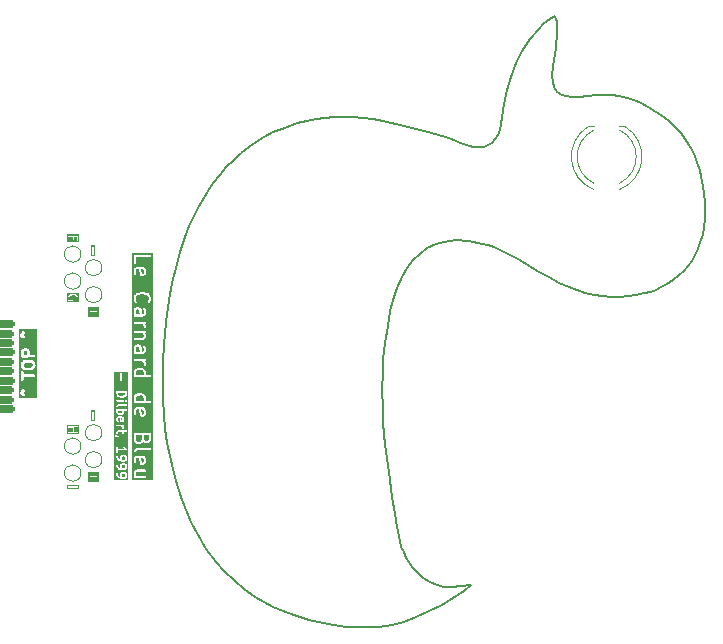
<source format=gto>
G04 #@! TF.GenerationSoftware,KiCad,Pcbnew,8.0.1*
G04 #@! TF.CreationDate,2024-04-19T19:32:53+01:00*
G04 #@! TF.ProjectId,le-carnard-bleu,6c652d63-6172-46e6-9172-642d626c6575,rev?*
G04 #@! TF.SameCoordinates,Original*
G04 #@! TF.FileFunction,Legend,Top*
G04 #@! TF.FilePolarity,Positive*
%FSLAX46Y46*%
G04 Gerber Fmt 4.6, Leading zero omitted, Abs format (unit mm)*
G04 Created by KiCad (PCBNEW 8.0.1) date 2024-04-19 19:32:53*
%MOMM*%
%LPD*%
G01*
G04 APERTURE LIST*
G04 Aperture macros list*
%AMRoundRect*
0 Rectangle with rounded corners*
0 $1 Rounding radius*
0 $2 $3 $4 $5 $6 $7 $8 $9 X,Y pos of 4 corners*
0 Add a 4 corners polygon primitive as box body*
4,1,4,$2,$3,$4,$5,$6,$7,$8,$9,$2,$3,0*
0 Add four circle primitives for the rounded corners*
1,1,$1+$1,$2,$3*
1,1,$1+$1,$4,$5*
1,1,$1+$1,$6,$7*
1,1,$1+$1,$8,$9*
0 Add four rect primitives between the rounded corners*
20,1,$1+$1,$2,$3,$4,$5,0*
20,1,$1+$1,$4,$5,$6,$7,0*
20,1,$1+$1,$6,$7,$8,$9,0*
20,1,$1+$1,$8,$9,$2,$3,0*%
G04 Aperture macros list end*
%ADD10C,0.200000*%
%ADD11C,0.152400*%
%ADD12C,0.100000*%
%ADD13C,0.180000*%
%ADD14C,0.250000*%
%ADD15C,0.120000*%
%ADD16RoundRect,0.150000X1.600000X0.150000X-1.600000X0.150000X-1.600000X-0.150000X1.600000X-0.150000X0*%
%ADD17RoundRect,0.150000X1.200000X0.150000X-1.200000X0.150000X-1.200000X-0.150000X1.200000X-0.150000X0*%
%ADD18C,1.000000*%
%ADD19C,0.700000*%
%ADD20C,4.400000*%
%ADD21R,1.800000X1.070000*%
%ADD22O,1.800000X1.070000*%
G04 APERTURE END LIST*
D10*
X145899195Y-72487531D02*
X146658590Y-71573780D01*
X143433492Y-79625399D02*
X143510700Y-79058951D01*
X117713886Y-114293533D02*
X117201538Y-113334237D01*
X128358448Y-121932102D02*
X127166219Y-121661005D01*
X143510700Y-79058951D02*
X143677657Y-77945437D01*
X141859505Y-89776260D02*
X140776245Y-89576911D01*
X119618550Y-83989110D02*
X120195770Y-83333226D01*
X117051609Y-88306613D02*
X117798853Y-86784443D01*
X142981054Y-80941342D02*
X143181877Y-80564266D01*
X140925876Y-118717387D02*
X140308352Y-119178286D01*
X116286428Y-90501429D02*
X116693022Y-89254422D01*
X119083100Y-84670400D02*
X119618550Y-83989110D01*
X128508495Y-79147786D02*
X129290629Y-79091593D01*
X133422357Y-100711000D02*
X133403507Y-102187562D01*
X150602106Y-93946260D02*
X149852564Y-93733233D01*
X130306249Y-122216560D02*
X129348994Y-122101375D01*
X140308352Y-119178286D02*
X139397146Y-119801430D01*
X158511608Y-92470485D02*
X158029646Y-92841163D01*
X134541426Y-121988610D02*
X133769335Y-122139930D01*
X143672389Y-90488080D02*
X142818974Y-90110382D01*
X137905720Y-89858170D02*
X137204589Y-90196310D01*
X134085018Y-95508216D02*
X133848300Y-96771349D01*
X160631805Y-88411562D02*
X160514200Y-89038183D01*
X134666462Y-93528752D02*
X134327364Y-94525287D01*
X135495257Y-91873508D02*
X135053228Y-92647315D01*
X150809238Y-77252647D02*
X151516718Y-77193480D01*
X146658590Y-71573780D02*
X147028952Y-71205987D01*
X157005845Y-93471429D02*
X156573369Y-93675718D01*
X118515080Y-115610274D02*
X117713886Y-114293533D01*
X122077081Y-81616419D02*
X122719110Y-81159999D01*
X139982793Y-81231206D02*
X140281729Y-81363933D01*
X137289912Y-80347181D02*
X139055095Y-80875474D01*
X124171977Y-80375548D02*
X125167547Y-79967203D01*
X127037681Y-79377567D02*
X127754449Y-79243543D01*
X135415724Y-116369103D02*
X135665885Y-116778285D01*
X134448627Y-112666116D02*
X134639454Y-113804939D01*
X139152596Y-89552324D02*
X138665665Y-89629952D01*
X127166219Y-121661005D02*
X125945523Y-121265857D01*
X148972258Y-77305958D02*
X149439802Y-77355251D01*
X145220917Y-73510839D02*
X145899195Y-72487531D01*
X148032960Y-70534236D02*
X148010524Y-70525291D01*
X139682800Y-89520323D02*
X139152596Y-89552324D01*
X131227454Y-122277611D02*
X130306249Y-122216560D01*
X158931790Y-92084016D02*
X158511608Y-92470485D01*
X132617349Y-79266516D02*
X133475456Y-79410201D01*
X154104701Y-77460609D02*
X154715545Y-77652938D01*
X133403507Y-102187562D02*
X133422521Y-103702331D01*
X140776245Y-89576911D02*
X139682800Y-89520323D01*
X123349031Y-80777853D02*
X124171977Y-80375548D01*
X125167547Y-79967203D02*
X126175590Y-79614913D01*
X140060143Y-118803618D02*
X140876678Y-118718555D01*
X152793194Y-94275646D02*
X152074617Y-94218050D01*
X132112023Y-122284900D02*
X131227454Y-122277611D01*
X151344785Y-94108405D02*
X150602106Y-93946260D01*
X154715545Y-77652938D02*
X155317040Y-77896601D01*
X133662412Y-106822792D02*
X133932059Y-109113341D01*
X157799114Y-79498864D02*
X158275841Y-79971578D01*
X159615032Y-91237513D02*
X159297230Y-91675517D01*
X121435347Y-82137161D02*
X122077081Y-81616419D01*
X142375142Y-89930778D02*
X141859505Y-89776260D01*
X159056968Y-80928157D02*
X159372280Y-81402488D01*
X157479177Y-93201519D02*
X157005845Y-93471429D01*
X144720251Y-74505901D02*
X144945858Y-74014780D01*
X154203662Y-94235993D02*
X153502257Y-94281553D01*
X160724076Y-86966896D02*
X160700154Y-87736461D01*
X131764162Y-79162594D02*
X132617349Y-79266516D01*
X147794428Y-75606525D02*
X147823293Y-76112745D01*
X158275841Y-79971578D02*
X158692050Y-80452744D01*
X115642175Y-108875442D02*
X115403380Y-107798880D01*
X160660598Y-85558386D02*
X160710639Y-86227035D01*
X142362093Y-81470070D02*
X142706969Y-81251403D01*
X134639454Y-113804939D02*
X134867276Y-114945519D01*
X135998668Y-91206041D02*
X135495257Y-91873508D01*
X140707808Y-81490268D02*
X141152285Y-81582001D01*
X149852564Y-93733233D02*
X149198801Y-93483112D01*
X115577670Y-93097965D02*
X115894451Y-91848684D01*
X143933991Y-76821221D02*
X144281956Y-75672779D01*
X147028952Y-71205987D02*
X147383349Y-70908674D01*
X129290629Y-79091593D02*
X130096702Y-79075222D01*
X115403380Y-107798880D02*
X115203438Y-106660184D01*
X133932059Y-109113341D02*
X134218187Y-111253035D01*
X148204262Y-76916248D02*
X148575349Y-77164476D01*
X133475456Y-79410201D02*
X135250014Y-79808391D01*
X120857375Y-118298555D02*
X120087368Y-117549274D01*
X159644648Y-81886786D02*
X159880469Y-82392866D01*
X155593002Y-93990095D02*
X154899314Y-94139019D01*
X127754449Y-79243543D02*
X128508495Y-79147786D01*
X121699556Y-118995142D02*
X120857375Y-118298555D01*
X152844801Y-77227193D02*
X153481993Y-77318860D01*
X148575349Y-77164476D02*
X148972258Y-77305958D01*
X129348994Y-122101375D02*
X128358448Y-121932102D01*
X134218187Y-111253035D02*
X134448627Y-112666116D01*
X156616646Y-78608214D02*
X157246980Y-79044917D01*
X119349774Y-116711200D02*
X118515080Y-115610274D01*
X116770445Y-112375619D02*
X116361542Y-111273094D01*
X135665885Y-116778285D02*
X135953256Y-117164006D01*
X120087368Y-117549274D02*
X119349774Y-116711200D01*
X134327364Y-94525287D02*
X134085018Y-95508216D01*
X155911975Y-78192782D02*
X156616646Y-78608214D01*
X160700154Y-87736461D02*
X160631805Y-88411562D01*
X133638983Y-98175511D02*
X133479769Y-99586039D01*
X153502257Y-94281553D02*
X152793194Y-94275646D01*
X146671793Y-92174557D02*
X144894462Y-91119585D01*
X134867276Y-114945519D02*
X135020557Y-115460985D01*
X136568043Y-90646087D02*
X135998668Y-91206041D01*
X123399555Y-120140007D02*
X122655312Y-119674891D01*
X116361542Y-111273094D02*
X115919776Y-109888170D01*
X140281729Y-81363933D02*
X140707808Y-81490268D01*
X158029646Y-92841163D02*
X157479177Y-93201519D01*
X147823293Y-76112745D02*
X147942957Y-76553102D01*
X144281956Y-75672779D02*
X144720251Y-74505901D01*
X133479785Y-104941519D02*
X133662412Y-106822792D01*
X160132183Y-90239156D02*
X159891605Y-90761588D01*
X147856854Y-74727005D02*
X147794428Y-75606525D01*
X114844807Y-102921289D02*
X114808000Y-101583834D01*
X133422521Y-103702331D02*
X133479785Y-104941519D01*
X147836965Y-70608750D02*
X147965277Y-70550775D01*
X133769335Y-122139930D02*
X132959449Y-122238851D01*
X136872624Y-118095787D02*
X137470815Y-118455321D01*
X153481993Y-77318860D02*
X154104701Y-77460609D01*
X141559312Y-81620694D02*
X141974899Y-81586998D01*
X117201538Y-113334237D02*
X116770445Y-112375619D01*
X133848300Y-96771349D02*
X133638983Y-98175511D01*
X115043200Y-105464377D02*
X114923424Y-104216436D01*
X144894462Y-91119585D02*
X143672389Y-90488080D01*
X147486985Y-92645653D02*
X146671793Y-92174557D01*
X138074516Y-118709986D02*
X138666894Y-118847215D01*
X142706969Y-81251403D02*
X142981054Y-80941342D01*
X143326989Y-80128172D02*
X143433492Y-79625399D01*
X148114287Y-70737054D02*
X148164289Y-71019496D01*
X160422266Y-84160105D02*
X160567179Y-84892422D01*
X157246980Y-79044917D02*
X157799114Y-79498864D01*
X141974899Y-81586998D02*
X142362093Y-81470070D01*
X140876678Y-118718555D02*
X140925876Y-118717387D01*
X139311038Y-118870779D02*
X140060143Y-118803618D01*
X159880469Y-82392866D02*
X160085467Y-82932797D01*
X135201467Y-115931552D02*
X135415724Y-116369103D01*
X158692050Y-80452744D02*
X159056968Y-80928157D01*
X148090523Y-73223049D02*
X147856854Y-74727005D01*
X137204589Y-90196310D02*
X136568043Y-90646087D01*
X117798853Y-86784443D02*
X118603234Y-85361270D01*
X154899314Y-94139019D02*
X154203662Y-94235993D01*
X126175590Y-79614913D02*
X127037681Y-79377567D01*
X156573369Y-93675718D02*
X156122304Y-93840814D01*
X114815702Y-99699276D02*
X114836886Y-99699276D01*
X159297230Y-91675517D02*
X158931790Y-92084016D01*
X148368265Y-93100652D02*
X147486985Y-92645653D01*
X155317040Y-77896601D02*
X155911975Y-78192782D01*
X130922583Y-79098851D02*
X131764162Y-79162594D01*
X115203438Y-106660184D02*
X115043200Y-105464377D01*
X130096702Y-79075222D02*
X130922583Y-79098851D01*
X160340534Y-89663269D02*
X160132183Y-90239156D01*
X148164289Y-71019496D02*
X148190892Y-71965777D01*
X148054984Y-70582714D02*
X148114287Y-70737054D01*
X160514200Y-89038183D02*
X160340534Y-89663269D01*
X135053228Y-92647315D02*
X134666462Y-93528752D01*
X114808000Y-101583834D02*
X114815702Y-99699276D01*
X138666894Y-118847215D02*
X139311038Y-118870779D01*
X135274300Y-121785701D02*
X134541426Y-121988610D01*
X160710639Y-86227035D02*
X160724076Y-86966896D01*
X120804762Y-82712654D02*
X121435347Y-82137161D01*
X150027031Y-77332699D02*
X150809238Y-77252647D01*
X115919776Y-109888170D02*
X115642175Y-108875442D01*
X115894451Y-91848684D02*
X116286428Y-90501429D01*
X114898042Y-98354458D02*
X115068940Y-96408045D01*
X148032980Y-70534237D02*
X148032960Y-70534236D01*
X122719110Y-81159999D02*
X123349031Y-80777853D01*
X136275404Y-121413009D02*
X135274300Y-121785701D01*
X149439802Y-77355251D02*
X150027031Y-77332699D01*
X160085467Y-82932797D02*
X160264598Y-83518270D01*
X133479769Y-99586039D02*
X133422357Y-100711000D01*
X159372280Y-81402488D02*
X159644648Y-81886786D01*
X136281706Y-117535884D02*
X136872624Y-118095787D01*
X139055095Y-80875474D02*
X139647317Y-81081493D01*
X138665665Y-89629952D02*
X137905720Y-89858170D01*
X152074617Y-94218050D02*
X151344785Y-94108405D01*
X144945858Y-74014780D02*
X145220917Y-73510839D01*
X116693022Y-89254422D02*
X117051609Y-88306613D01*
X147383349Y-70908674D02*
X147836965Y-70608750D01*
X114836886Y-99699276D02*
X114898042Y-98354458D01*
X143677657Y-77945437D02*
X143933991Y-76821221D01*
X148190892Y-71965777D02*
X148090523Y-73223049D01*
X122655312Y-119674891D02*
X121699556Y-118995142D01*
X132959449Y-122238851D02*
X132112023Y-122284900D01*
X156122304Y-93840814D02*
X155593002Y-93990095D01*
X137393673Y-120911696D02*
X136275404Y-121413009D01*
X124958535Y-120894338D02*
X124138062Y-120532227D01*
X115068940Y-96408045D02*
X115303394Y-94585056D01*
X147942957Y-76553102D02*
X148204262Y-76916248D01*
X147965277Y-70550775D02*
X148032980Y-70534237D01*
X141152285Y-81582001D02*
X141559312Y-81620694D01*
X118603234Y-85361270D02*
X119083100Y-84670400D01*
X139397146Y-119801430D02*
X138481203Y-120351747D01*
X151516718Y-77193480D02*
X152190528Y-77185391D01*
X152190528Y-77185391D02*
X152844801Y-77227193D01*
X120195770Y-83333226D02*
X120804762Y-82712654D01*
X124138062Y-120532227D02*
X123399555Y-120140007D01*
X115303394Y-94585056D02*
X115577670Y-93097965D01*
X159891605Y-90761588D02*
X159615032Y-91237513D01*
X135953256Y-117164006D02*
X136281706Y-117535884D01*
X160264598Y-83518270D02*
X160422266Y-84160105D01*
X138481203Y-120351747D02*
X137393673Y-120911696D01*
X125945523Y-121265857D02*
X124958535Y-120894338D01*
X160567179Y-84892422D02*
X160660598Y-85558386D01*
X148020135Y-70533543D02*
X148054984Y-70582714D01*
X135250014Y-79808391D02*
X137289912Y-80347181D01*
X149198801Y-93483112D02*
X148368265Y-93100652D01*
X139647317Y-81081493D02*
X139982793Y-81231206D01*
X148010524Y-70525291D02*
X148020135Y-70533543D01*
X135020557Y-115460985D02*
X135201467Y-115931552D01*
X142818974Y-90110382D02*
X142375142Y-89930778D01*
X143181877Y-80564266D02*
X143326989Y-80128172D01*
X114923424Y-104216436D02*
X114844807Y-102921289D01*
X137470815Y-118455321D02*
X138074516Y-118709986D01*
D11*
G36*
X111612276Y-109271117D02*
G01*
X111631921Y-109289911D01*
X111655587Y-109335491D01*
X111656586Y-109444710D01*
X111634686Y-109490233D01*
X111615894Y-109509875D01*
X111570449Y-109533470D01*
X111424042Y-109534173D01*
X111379284Y-109512640D01*
X111359642Y-109493848D01*
X111335976Y-109448267D01*
X111334977Y-109339048D01*
X111356876Y-109293527D01*
X111375670Y-109273882D01*
X111421197Y-109250244D01*
X111566635Y-109249159D01*
X111612276Y-109271117D01*
G37*
G36*
X111612276Y-108545403D02*
G01*
X111631921Y-108564197D01*
X111655587Y-108609777D01*
X111656586Y-108718996D01*
X111634686Y-108764519D01*
X111615894Y-108784161D01*
X111570449Y-108807756D01*
X111424042Y-108808459D01*
X111379284Y-108786926D01*
X111359642Y-108768134D01*
X111335976Y-108722553D01*
X111334977Y-108613334D01*
X111356876Y-108567813D01*
X111375670Y-108548168D01*
X111421197Y-108524530D01*
X111566635Y-108523445D01*
X111612276Y-108545403D01*
G37*
G36*
X111612276Y-107819689D02*
G01*
X111631921Y-107838483D01*
X111655587Y-107884063D01*
X111656586Y-107993282D01*
X111634686Y-108038805D01*
X111615894Y-108058447D01*
X111570449Y-108082042D01*
X111424042Y-108082745D01*
X111379284Y-108061212D01*
X111359642Y-108042420D01*
X111335976Y-107996839D01*
X111334977Y-107887620D01*
X111356876Y-107842099D01*
X111375670Y-107822454D01*
X111421197Y-107798816D01*
X111566635Y-107797731D01*
X111612276Y-107819689D01*
G37*
G36*
X111384485Y-104585413D02*
G01*
X111401587Y-104618351D01*
X111402586Y-104727568D01*
X111385534Y-104763014D01*
X111357904Y-104777359D01*
X111315280Y-104568373D01*
X111348731Y-104568212D01*
X111384485Y-104585413D01*
G37*
G36*
X111401587Y-103928922D02*
G01*
X111402586Y-104038139D01*
X111380686Y-104083663D01*
X111361895Y-104103303D01*
X111316402Y-104126924D01*
X111134725Y-104128067D01*
X111088998Y-104106070D01*
X111069358Y-104087279D01*
X111045690Y-104041695D01*
X111044691Y-103932478D01*
X111052518Y-103916209D01*
X111394651Y-103915565D01*
X111401587Y-103928922D01*
G37*
G36*
X111656674Y-102481834D02*
G01*
X111630308Y-102564015D01*
X111580408Y-102615175D01*
X111528130Y-102642317D01*
X111400445Y-102675449D01*
X111309914Y-102676520D01*
X111182450Y-102645857D01*
X111125552Y-102618484D01*
X111072970Y-102567197D01*
X111045771Y-102488571D01*
X111045053Y-102392223D01*
X111655997Y-102391072D01*
X111656674Y-102481834D01*
G37*
G36*
X111892506Y-109770461D02*
G01*
X110701379Y-109770461D01*
X110701379Y-109246737D01*
X110893439Y-109246737D01*
X110894662Y-109380473D01*
X110894037Y-109382350D01*
X110894774Y-109392729D01*
X110894903Y-109406746D01*
X110895950Y-109409275D01*
X110896145Y-109412007D01*
X110901484Y-109425958D01*
X110939077Y-109498362D01*
X110942566Y-109506785D01*
X110944974Y-109509719D01*
X110945728Y-109511171D01*
X110947246Y-109512488D01*
X110952043Y-109518332D01*
X110985452Y-109550296D01*
X110988385Y-109554675D01*
X110999796Y-109564019D01*
X110999874Y-109564094D01*
X110999900Y-109564104D01*
X110999942Y-109564139D01*
X111110330Y-109636140D01*
X111118519Y-109642207D01*
X111120980Y-109643086D01*
X111121981Y-109643739D01*
X111123831Y-109644104D01*
X111132586Y-109647233D01*
X111273793Y-109681202D01*
X111281344Y-109684330D01*
X111290572Y-109685238D01*
X111292506Y-109685704D01*
X111293617Y-109685538D01*
X111296210Y-109685794D01*
X111574751Y-109684457D01*
X111576966Y-109685196D01*
X111588265Y-109684392D01*
X111601362Y-109684330D01*
X111603891Y-109683282D01*
X111606623Y-109683088D01*
X111620574Y-109677749D01*
X111692978Y-109640155D01*
X111701401Y-109636667D01*
X111704335Y-109634258D01*
X111705787Y-109633505D01*
X111707104Y-109631986D01*
X111712948Y-109627190D01*
X111749470Y-109589016D01*
X111755551Y-109583743D01*
X111757541Y-109580579D01*
X111758710Y-109579359D01*
X111759479Y-109577501D01*
X111763508Y-109571101D01*
X111793941Y-109507840D01*
X111794997Y-109506785D01*
X111798391Y-109498590D01*
X111805133Y-109484577D01*
X111805326Y-109481847D01*
X111806375Y-109479317D01*
X111807839Y-109464451D01*
X111806615Y-109330711D01*
X111807240Y-109328838D01*
X111806503Y-109318469D01*
X111806375Y-109304442D01*
X111805327Y-109301912D01*
X111805133Y-109299181D01*
X111799794Y-109285230D01*
X111762197Y-109212820D01*
X111758711Y-109204402D01*
X111756304Y-109201469D01*
X111755550Y-109200017D01*
X111754030Y-109198699D01*
X111749234Y-109192855D01*
X111711057Y-109156331D01*
X111705787Y-109150254D01*
X111702623Y-109148262D01*
X111701401Y-109147093D01*
X111699542Y-109146323D01*
X111693145Y-109142296D01*
X111629885Y-109111862D01*
X111628830Y-109110807D01*
X111620640Y-109107414D01*
X111606623Y-109100671D01*
X111603891Y-109100476D01*
X111601362Y-109099429D01*
X111586496Y-109097965D01*
X111416601Y-109099232D01*
X111414597Y-109098564D01*
X111403855Y-109099327D01*
X111390201Y-109099429D01*
X111387671Y-109100476D01*
X111384940Y-109100671D01*
X111370989Y-109106010D01*
X111298579Y-109143606D01*
X111290161Y-109147093D01*
X111287228Y-109149499D01*
X111285776Y-109150254D01*
X111284458Y-109151773D01*
X111278614Y-109156570D01*
X111242095Y-109194741D01*
X111236012Y-109200017D01*
X111234019Y-109203182D01*
X111232852Y-109204403D01*
X111232083Y-109206259D01*
X111228055Y-109212659D01*
X111197622Y-109275918D01*
X111196567Y-109276974D01*
X111193173Y-109285167D01*
X111186431Y-109299182D01*
X111186237Y-109301911D01*
X111185189Y-109304442D01*
X111183725Y-109319308D01*
X111184948Y-109453046D01*
X111184324Y-109454920D01*
X111185060Y-109465288D01*
X111185189Y-109479317D01*
X111186237Y-109481847D01*
X111186431Y-109484577D01*
X111191769Y-109498528D01*
X111196260Y-109507178D01*
X111185001Y-109504470D01*
X111094855Y-109445672D01*
X111069357Y-109421278D01*
X111045690Y-109375696D01*
X111044375Y-109231871D01*
X111032997Y-109204403D01*
X111011973Y-109183379D01*
X110984505Y-109172001D01*
X110954773Y-109172001D01*
X110927305Y-109183379D01*
X110906281Y-109204403D01*
X110894903Y-109231871D01*
X110893439Y-109246737D01*
X110701379Y-109246737D01*
X110701379Y-108521023D01*
X110893439Y-108521023D01*
X110894662Y-108654759D01*
X110894037Y-108656636D01*
X110894774Y-108667015D01*
X110894903Y-108681032D01*
X110895950Y-108683561D01*
X110896145Y-108686293D01*
X110901484Y-108700244D01*
X110939077Y-108772648D01*
X110942566Y-108781071D01*
X110944974Y-108784005D01*
X110945728Y-108785457D01*
X110947246Y-108786774D01*
X110952043Y-108792618D01*
X110985452Y-108824582D01*
X110988385Y-108828961D01*
X110999796Y-108838305D01*
X110999874Y-108838380D01*
X110999900Y-108838390D01*
X110999942Y-108838425D01*
X111110330Y-108910426D01*
X111118519Y-108916493D01*
X111120980Y-108917372D01*
X111121981Y-108918025D01*
X111123831Y-108918390D01*
X111132586Y-108921519D01*
X111273793Y-108955488D01*
X111281344Y-108958616D01*
X111290572Y-108959524D01*
X111292506Y-108959990D01*
X111293617Y-108959824D01*
X111296210Y-108960080D01*
X111574751Y-108958743D01*
X111576966Y-108959482D01*
X111588265Y-108958678D01*
X111601362Y-108958616D01*
X111603891Y-108957568D01*
X111606623Y-108957374D01*
X111620574Y-108952035D01*
X111692978Y-108914441D01*
X111701401Y-108910953D01*
X111704335Y-108908544D01*
X111705787Y-108907791D01*
X111707104Y-108906272D01*
X111712948Y-108901476D01*
X111749470Y-108863302D01*
X111755551Y-108858029D01*
X111757541Y-108854865D01*
X111758710Y-108853645D01*
X111759479Y-108851787D01*
X111763508Y-108845387D01*
X111793941Y-108782126D01*
X111794997Y-108781071D01*
X111798391Y-108772876D01*
X111805133Y-108758863D01*
X111805326Y-108756133D01*
X111806375Y-108753603D01*
X111807839Y-108738737D01*
X111806615Y-108604997D01*
X111807240Y-108603124D01*
X111806503Y-108592755D01*
X111806375Y-108578728D01*
X111805327Y-108576198D01*
X111805133Y-108573467D01*
X111799794Y-108559516D01*
X111762197Y-108487106D01*
X111758711Y-108478688D01*
X111756304Y-108475755D01*
X111755550Y-108474303D01*
X111754030Y-108472985D01*
X111749234Y-108467141D01*
X111711057Y-108430617D01*
X111705787Y-108424540D01*
X111702623Y-108422548D01*
X111701401Y-108421379D01*
X111699542Y-108420609D01*
X111693145Y-108416582D01*
X111629885Y-108386148D01*
X111628830Y-108385093D01*
X111620640Y-108381700D01*
X111606623Y-108374957D01*
X111603891Y-108374762D01*
X111601362Y-108373715D01*
X111586496Y-108372251D01*
X111416601Y-108373518D01*
X111414597Y-108372850D01*
X111403855Y-108373613D01*
X111390201Y-108373715D01*
X111387671Y-108374762D01*
X111384940Y-108374957D01*
X111370989Y-108380296D01*
X111298579Y-108417892D01*
X111290161Y-108421379D01*
X111287228Y-108423785D01*
X111285776Y-108424540D01*
X111284458Y-108426059D01*
X111278614Y-108430856D01*
X111242095Y-108469027D01*
X111236012Y-108474303D01*
X111234019Y-108477468D01*
X111232852Y-108478689D01*
X111232083Y-108480545D01*
X111228055Y-108486945D01*
X111197622Y-108550204D01*
X111196567Y-108551260D01*
X111193173Y-108559453D01*
X111186431Y-108573468D01*
X111186237Y-108576197D01*
X111185189Y-108578728D01*
X111183725Y-108593594D01*
X111184948Y-108727332D01*
X111184324Y-108729206D01*
X111185060Y-108739574D01*
X111185189Y-108753603D01*
X111186237Y-108756133D01*
X111186431Y-108758863D01*
X111191769Y-108772814D01*
X111196260Y-108781464D01*
X111185001Y-108778756D01*
X111094855Y-108719958D01*
X111069357Y-108695564D01*
X111045690Y-108649982D01*
X111044375Y-108506157D01*
X111032997Y-108478689D01*
X111011973Y-108457665D01*
X110984505Y-108446287D01*
X110954773Y-108446287D01*
X110927305Y-108457665D01*
X110906281Y-108478689D01*
X110894903Y-108506157D01*
X110893439Y-108521023D01*
X110701379Y-108521023D01*
X110701379Y-107795309D01*
X110893439Y-107795309D01*
X110894662Y-107929045D01*
X110894037Y-107930922D01*
X110894774Y-107941301D01*
X110894903Y-107955318D01*
X110895950Y-107957847D01*
X110896145Y-107960579D01*
X110901484Y-107974530D01*
X110939077Y-108046934D01*
X110942566Y-108055357D01*
X110944974Y-108058291D01*
X110945728Y-108059743D01*
X110947246Y-108061060D01*
X110952043Y-108066904D01*
X110985452Y-108098868D01*
X110988385Y-108103247D01*
X110999796Y-108112591D01*
X110999874Y-108112666D01*
X110999900Y-108112676D01*
X110999942Y-108112711D01*
X111110330Y-108184712D01*
X111118519Y-108190779D01*
X111120980Y-108191658D01*
X111121981Y-108192311D01*
X111123831Y-108192676D01*
X111132586Y-108195805D01*
X111273793Y-108229774D01*
X111281344Y-108232902D01*
X111290572Y-108233810D01*
X111292506Y-108234276D01*
X111293617Y-108234110D01*
X111296210Y-108234366D01*
X111574751Y-108233029D01*
X111576966Y-108233768D01*
X111588265Y-108232964D01*
X111601362Y-108232902D01*
X111603891Y-108231854D01*
X111606623Y-108231660D01*
X111620574Y-108226321D01*
X111692978Y-108188727D01*
X111701401Y-108185239D01*
X111704335Y-108182830D01*
X111705787Y-108182077D01*
X111707104Y-108180558D01*
X111712948Y-108175762D01*
X111749470Y-108137588D01*
X111755551Y-108132315D01*
X111757541Y-108129151D01*
X111758710Y-108127931D01*
X111759479Y-108126073D01*
X111763508Y-108119673D01*
X111793941Y-108056412D01*
X111794997Y-108055357D01*
X111798391Y-108047162D01*
X111805133Y-108033149D01*
X111805326Y-108030419D01*
X111806375Y-108027889D01*
X111807839Y-108013023D01*
X111806615Y-107879283D01*
X111807240Y-107877410D01*
X111806503Y-107867041D01*
X111806375Y-107853014D01*
X111805327Y-107850484D01*
X111805133Y-107847753D01*
X111799794Y-107833802D01*
X111762197Y-107761392D01*
X111758711Y-107752974D01*
X111756304Y-107750041D01*
X111755550Y-107748589D01*
X111754030Y-107747271D01*
X111749234Y-107741427D01*
X111711057Y-107704903D01*
X111705787Y-107698826D01*
X111702623Y-107696834D01*
X111701401Y-107695665D01*
X111699542Y-107694895D01*
X111693145Y-107690868D01*
X111629885Y-107660434D01*
X111628830Y-107659379D01*
X111620640Y-107655986D01*
X111606623Y-107649243D01*
X111603891Y-107649048D01*
X111601362Y-107648001D01*
X111586496Y-107646537D01*
X111416601Y-107647804D01*
X111414597Y-107647136D01*
X111403855Y-107647899D01*
X111390201Y-107648001D01*
X111387671Y-107649048D01*
X111384940Y-107649243D01*
X111370989Y-107654582D01*
X111298579Y-107692178D01*
X111290161Y-107695665D01*
X111287228Y-107698071D01*
X111285776Y-107698826D01*
X111284458Y-107700345D01*
X111278614Y-107705142D01*
X111242095Y-107743313D01*
X111236012Y-107748589D01*
X111234019Y-107751754D01*
X111232852Y-107752975D01*
X111232083Y-107754831D01*
X111228055Y-107761231D01*
X111197622Y-107824490D01*
X111196567Y-107825546D01*
X111193173Y-107833739D01*
X111186431Y-107847754D01*
X111186237Y-107850483D01*
X111185189Y-107853014D01*
X111183725Y-107867880D01*
X111184948Y-108001618D01*
X111184324Y-108003492D01*
X111185060Y-108013860D01*
X111185189Y-108027889D01*
X111186237Y-108030419D01*
X111186431Y-108033149D01*
X111191769Y-108047100D01*
X111196260Y-108055750D01*
X111185001Y-108053042D01*
X111094855Y-107994244D01*
X111069357Y-107969850D01*
X111045690Y-107924268D01*
X111044375Y-107780443D01*
X111032997Y-107752975D01*
X111011973Y-107731951D01*
X110984505Y-107720573D01*
X110954773Y-107720573D01*
X110927305Y-107731951D01*
X110906281Y-107752975D01*
X110894903Y-107780443D01*
X110893439Y-107795309D01*
X110701379Y-107795309D01*
X110701379Y-106997023D01*
X110893439Y-106997023D01*
X110894903Y-107447318D01*
X110906281Y-107474786D01*
X110927305Y-107495810D01*
X110954773Y-107507188D01*
X110984505Y-107507188D01*
X111011973Y-107495810D01*
X111032997Y-107474786D01*
X111044375Y-107447318D01*
X111045839Y-107432452D01*
X111045378Y-107290795D01*
X111724527Y-107289515D01*
X111731718Y-107290938D01*
X111738966Y-107289488D01*
X111746505Y-107289474D01*
X111753476Y-107286586D01*
X111760873Y-107285107D01*
X111767075Y-107280952D01*
X111773973Y-107278096D01*
X111779307Y-107272761D01*
X111785577Y-107268563D01*
X111789719Y-107262350D01*
X111794997Y-107257072D01*
X111797883Y-107250102D01*
X111802069Y-107243825D01*
X111803517Y-107236501D01*
X111806375Y-107229604D01*
X111806375Y-107222059D01*
X111807839Y-107214659D01*
X111806375Y-107207339D01*
X111806375Y-107199872D01*
X111803487Y-107192900D01*
X111802008Y-107185504D01*
X111797853Y-107179301D01*
X111794997Y-107172404D01*
X111789662Y-107167069D01*
X111785464Y-107160800D01*
X111774028Y-107151435D01*
X111773973Y-107151380D01*
X111773948Y-107151369D01*
X111773907Y-107151336D01*
X111675499Y-107087149D01*
X111614057Y-107027220D01*
X111574123Y-106950304D01*
X111551663Y-106930824D01*
X111523456Y-106921422D01*
X111493799Y-106923529D01*
X111467206Y-106936825D01*
X111447726Y-106959285D01*
X111438324Y-106987492D01*
X111440431Y-107017149D01*
X111445769Y-107031100D01*
X111483365Y-107103513D01*
X111486852Y-107111930D01*
X111489257Y-107114861D01*
X111490012Y-107116314D01*
X111491532Y-107117632D01*
X111496329Y-107123477D01*
X111512194Y-107138951D01*
X111044887Y-107139832D01*
X111044375Y-106982157D01*
X111032997Y-106954689D01*
X111011973Y-106933665D01*
X110984505Y-106922287D01*
X110954773Y-106922287D01*
X110927305Y-106933665D01*
X110906281Y-106954689D01*
X110894903Y-106982157D01*
X110893439Y-106997023D01*
X110701379Y-106997023D01*
X110701379Y-106068460D01*
X110786046Y-106068460D01*
X110797423Y-106095929D01*
X110806900Y-106107476D01*
X110845073Y-106143998D01*
X110850347Y-106150079D01*
X110853510Y-106152069D01*
X110854731Y-106153238D01*
X110856588Y-106154007D01*
X110862989Y-106158036D01*
X110926249Y-106188469D01*
X110927305Y-106189525D01*
X110935499Y-106192919D01*
X110949513Y-106199661D01*
X110952242Y-106199854D01*
X110954773Y-106200903D01*
X110969639Y-106202367D01*
X111020791Y-106200903D01*
X111048259Y-106189525D01*
X111069283Y-106168501D01*
X111080661Y-106141033D01*
X111080661Y-106111301D01*
X111069283Y-106083833D01*
X111048259Y-106062809D01*
X111020791Y-106051431D01*
X111005925Y-106049967D01*
X110988057Y-106050478D01*
X110943856Y-106029214D01*
X110903117Y-105990237D01*
X110875649Y-105978860D01*
X110845917Y-105978859D01*
X110818448Y-105990236D01*
X110797424Y-106011260D01*
X110786047Y-106038728D01*
X110786046Y-106068460D01*
X110701379Y-106068460D01*
X110701379Y-105763309D01*
X110893439Y-105763309D01*
X110894903Y-105850747D01*
X110906281Y-105878215D01*
X110927305Y-105899239D01*
X110954773Y-105910617D01*
X110984505Y-105910617D01*
X111011973Y-105899239D01*
X111032997Y-105878215D01*
X111044375Y-105850747D01*
X111045839Y-105835881D01*
X111044945Y-105782521D01*
X111061743Y-105747604D01*
X111094461Y-105730617D01*
X111402323Y-105729942D01*
X111402903Y-105850747D01*
X111414281Y-105878215D01*
X111435305Y-105899239D01*
X111462773Y-105910617D01*
X111492505Y-105910617D01*
X111519973Y-105899239D01*
X111540997Y-105878215D01*
X111552375Y-105850747D01*
X111553839Y-105835881D01*
X111553329Y-105729611D01*
X111746505Y-105729188D01*
X111773973Y-105717810D01*
X111794997Y-105696786D01*
X111806375Y-105669318D01*
X111806375Y-105639586D01*
X111794997Y-105612118D01*
X111773973Y-105591094D01*
X111746505Y-105579716D01*
X111731639Y-105578252D01*
X111552604Y-105578644D01*
X111552375Y-105530729D01*
X111540997Y-105503261D01*
X111519973Y-105482237D01*
X111497730Y-105473023D01*
X111519973Y-105463810D01*
X111540997Y-105442786D01*
X111552375Y-105415318D01*
X111553839Y-105400452D01*
X111552805Y-105338715D01*
X111553240Y-105337411D01*
X111552642Y-105329003D01*
X111552375Y-105313015D01*
X111551327Y-105310485D01*
X111551133Y-105307754D01*
X111545794Y-105293803D01*
X111520664Y-105245404D01*
X111540997Y-105225072D01*
X111552375Y-105197604D01*
X111552375Y-105167872D01*
X111540997Y-105140404D01*
X111519973Y-105119380D01*
X111492505Y-105108002D01*
X111477639Y-105106538D01*
X110954773Y-105108002D01*
X110927305Y-105119380D01*
X110906281Y-105140404D01*
X110894903Y-105167872D01*
X110894903Y-105197604D01*
X110906281Y-105225072D01*
X110927305Y-105246096D01*
X110954773Y-105257474D01*
X110969639Y-105258938D01*
X111313141Y-105257976D01*
X111358276Y-105279690D01*
X111377921Y-105298484D01*
X111401714Y-105344309D01*
X111402903Y-105415318D01*
X111414281Y-105442786D01*
X111435305Y-105463810D01*
X111457547Y-105473023D01*
X111435305Y-105482237D01*
X111414281Y-105503261D01*
X111402903Y-105530729D01*
X111401439Y-105545595D01*
X111401599Y-105578975D01*
X111090444Y-105579657D01*
X111088026Y-105578851D01*
X111076239Y-105579688D01*
X111063630Y-105579716D01*
X111061100Y-105580763D01*
X111058369Y-105580958D01*
X111044418Y-105586297D01*
X110975383Y-105622140D01*
X110968189Y-105624539D01*
X110964346Y-105627871D01*
X110959205Y-105630541D01*
X110952945Y-105637758D01*
X110945728Y-105644018D01*
X110940990Y-105651543D01*
X110939726Y-105653002D01*
X110939335Y-105654172D01*
X110937770Y-105656660D01*
X110907336Y-105719919D01*
X110906281Y-105720975D01*
X110902888Y-105729164D01*
X110896145Y-105743182D01*
X110895950Y-105745913D01*
X110894903Y-105748443D01*
X110893439Y-105763309D01*
X110701379Y-105763309D01*
X110701379Y-104602167D01*
X110893439Y-104602167D01*
X110894662Y-104735905D01*
X110894038Y-104737779D01*
X110894774Y-104748147D01*
X110894903Y-104762175D01*
X110895951Y-104764705D01*
X110896145Y-104767435D01*
X110901484Y-104781387D01*
X110945727Y-104866601D01*
X110968188Y-104886080D01*
X110996395Y-104895482D01*
X111026051Y-104893375D01*
X111052645Y-104880079D01*
X111072124Y-104857618D01*
X111081526Y-104829411D01*
X111079419Y-104799755D01*
X111074080Y-104785803D01*
X111045690Y-104731124D01*
X111044691Y-104621907D01*
X111061743Y-104586461D01*
X111094542Y-104569432D01*
X111161331Y-104569111D01*
X111221474Y-104863989D01*
X111221474Y-104871033D01*
X111224303Y-104877864D01*
X111225841Y-104885401D01*
X111229994Y-104891603D01*
X111232852Y-104898501D01*
X111238187Y-104903836D01*
X111242385Y-104910104D01*
X111248595Y-104914244D01*
X111253876Y-104919525D01*
X111260848Y-104922413D01*
X111267124Y-104926597D01*
X111274445Y-104928045D01*
X111281344Y-104930903D01*
X111296210Y-104932367D01*
X111296283Y-104932365D01*
X111296290Y-104932367D01*
X111296297Y-104932365D01*
X111357945Y-104931333D01*
X111359252Y-104931769D01*
X111367672Y-104931170D01*
X111383648Y-104930903D01*
X111386177Y-104929855D01*
X111388909Y-104929661D01*
X111402860Y-104924322D01*
X111471893Y-104888478D01*
X111479090Y-104886080D01*
X111482934Y-104882746D01*
X111488073Y-104880078D01*
X111494329Y-104872863D01*
X111501551Y-104866601D01*
X111506288Y-104859073D01*
X111507552Y-104857617D01*
X111507941Y-104856447D01*
X111509508Y-104853959D01*
X111539941Y-104790698D01*
X111540997Y-104789643D01*
X111544391Y-104781448D01*
X111551133Y-104767435D01*
X111551326Y-104764705D01*
X111552375Y-104762175D01*
X111553839Y-104747309D01*
X111552615Y-104613570D01*
X111553240Y-104611697D01*
X111552503Y-104601328D01*
X111552375Y-104587301D01*
X111551326Y-104584770D01*
X111551133Y-104582041D01*
X111545794Y-104568089D01*
X111509948Y-104499049D01*
X111507552Y-104491859D01*
X111504221Y-104488018D01*
X111501551Y-104482875D01*
X111494329Y-104476612D01*
X111488073Y-104469398D01*
X111480550Y-104464662D01*
X111479090Y-104463396D01*
X111477917Y-104463005D01*
X111475431Y-104461440D01*
X111412171Y-104431006D01*
X111411116Y-104429951D01*
X111402926Y-104426558D01*
X111388909Y-104419815D01*
X111386177Y-104419620D01*
X111383648Y-104418573D01*
X111368782Y-104417109D01*
X111226997Y-104417789D01*
X111223559Y-104417109D01*
X111219989Y-104417822D01*
X111090238Y-104418445D01*
X111088026Y-104417708D01*
X111076735Y-104418510D01*
X111063630Y-104418573D01*
X111061100Y-104419620D01*
X111058369Y-104419815D01*
X111044418Y-104425154D01*
X110975384Y-104460997D01*
X110968188Y-104463396D01*
X110964343Y-104466729D01*
X110959205Y-104469398D01*
X110952948Y-104476612D01*
X110945727Y-104482875D01*
X110940989Y-104490402D01*
X110939726Y-104491859D01*
X110939335Y-104493029D01*
X110937770Y-104495517D01*
X110907336Y-104558777D01*
X110906281Y-104559833D01*
X110902886Y-104568027D01*
X110896145Y-104582041D01*
X110895951Y-104584770D01*
X110894903Y-104587301D01*
X110893439Y-104602167D01*
X110701379Y-104602167D01*
X110701379Y-103912738D01*
X110893439Y-103912738D01*
X110894662Y-104046476D01*
X110894038Y-104048350D01*
X110894774Y-104058718D01*
X110894903Y-104072746D01*
X110895951Y-104075276D01*
X110896145Y-104078006D01*
X110901484Y-104091958D01*
X110939080Y-104164370D01*
X110942566Y-104172786D01*
X110944971Y-104175716D01*
X110945727Y-104177172D01*
X110947249Y-104178492D01*
X110952043Y-104184333D01*
X110990219Y-104220858D01*
X110995491Y-104226936D01*
X110998651Y-104228925D01*
X110999874Y-104230095D01*
X111001731Y-104230864D01*
X111008133Y-104234894D01*
X111071393Y-104265326D01*
X111072448Y-104266381D01*
X111080632Y-104269771D01*
X111094657Y-104276518D01*
X111097388Y-104276712D01*
X111099916Y-104277759D01*
X111114782Y-104279223D01*
X111320870Y-104277925D01*
X111322965Y-104278624D01*
X111333952Y-104277843D01*
X111347362Y-104277759D01*
X111349892Y-104276710D01*
X111352622Y-104276517D01*
X111366573Y-104271179D01*
X111438991Y-104233579D01*
X111447401Y-104230096D01*
X111450330Y-104227692D01*
X111451787Y-104226936D01*
X111453107Y-104225413D01*
X111458949Y-104220620D01*
X111495473Y-104182443D01*
X111501551Y-104177172D01*
X111503541Y-104174009D01*
X111504711Y-104172787D01*
X111505480Y-104170928D01*
X111509508Y-104164530D01*
X111539941Y-104101269D01*
X111540997Y-104100214D01*
X111544391Y-104092019D01*
X111551133Y-104078006D01*
X111551326Y-104075276D01*
X111552375Y-104072746D01*
X111553839Y-104057880D01*
X111552615Y-103924141D01*
X111553240Y-103922268D01*
X111552742Y-103915267D01*
X111746505Y-103914902D01*
X111773973Y-103903524D01*
X111794997Y-103882500D01*
X111806375Y-103855032D01*
X111806375Y-103825300D01*
X111794997Y-103797832D01*
X111773973Y-103776808D01*
X111746505Y-103765430D01*
X111731639Y-103763966D01*
X111007179Y-103765331D01*
X110996395Y-103764565D01*
X110994021Y-103765356D01*
X110954773Y-103765430D01*
X110927305Y-103776808D01*
X110906281Y-103797832D01*
X110894903Y-103825300D01*
X110894903Y-103855032D01*
X110903775Y-103876452D01*
X110902886Y-103878598D01*
X110896145Y-103892612D01*
X110895951Y-103895341D01*
X110894903Y-103897872D01*
X110893439Y-103912738D01*
X110701379Y-103912738D01*
X110701379Y-103559410D01*
X110894037Y-103559410D01*
X110903440Y-103587616D01*
X110922919Y-103610077D01*
X110949512Y-103623374D01*
X110979169Y-103625482D01*
X111007375Y-103616079D01*
X111029836Y-103596600D01*
X111037794Y-103583958D01*
X111061743Y-103534175D01*
X111094461Y-103517188D01*
X111746505Y-103515759D01*
X111773973Y-103504381D01*
X111794997Y-103483357D01*
X111806375Y-103455889D01*
X111806375Y-103426157D01*
X111794997Y-103398689D01*
X111773973Y-103377665D01*
X111746505Y-103366287D01*
X111731639Y-103364823D01*
X111090444Y-103366228D01*
X111088026Y-103365422D01*
X111076239Y-103366259D01*
X111063630Y-103366287D01*
X111061100Y-103367334D01*
X111058369Y-103367529D01*
X111044418Y-103372868D01*
X110975383Y-103408711D01*
X110968189Y-103411110D01*
X110964346Y-103414442D01*
X110959205Y-103417112D01*
X110952945Y-103424329D01*
X110945728Y-103430589D01*
X110940990Y-103438114D01*
X110939726Y-103439573D01*
X110939335Y-103440743D01*
X110937770Y-103443231D01*
X110896145Y-103529753D01*
X110894037Y-103559410D01*
X110701379Y-103559410D01*
X110701379Y-103093032D01*
X110894903Y-103093032D01*
X110906281Y-103120500D01*
X110927305Y-103141524D01*
X110954773Y-103152902D01*
X110969639Y-103154366D01*
X111492505Y-103152902D01*
X111519973Y-103141524D01*
X111540997Y-103120500D01*
X111552375Y-103093032D01*
X111584331Y-103093032D01*
X111595709Y-103120500D01*
X111605185Y-103132048D01*
X111653018Y-103177810D01*
X111661063Y-103181142D01*
X111680487Y-103189188D01*
X111710219Y-103189188D01*
X111737687Y-103177810D01*
X111749235Y-103168334D01*
X111794997Y-103120501D01*
X111798329Y-103112455D01*
X111806375Y-103093032D01*
X111806375Y-103063300D01*
X111794997Y-103035832D01*
X111794997Y-103035831D01*
X111785520Y-103024284D01*
X111737687Y-102978522D01*
X111710219Y-102967144D01*
X111680487Y-102967144D01*
X111661063Y-102975189D01*
X111653018Y-102978522D01*
X111641471Y-102987999D01*
X111595710Y-103035831D01*
X111595709Y-103035832D01*
X111584331Y-103063300D01*
X111584331Y-103093032D01*
X111552375Y-103093032D01*
X111552375Y-103063300D01*
X111540997Y-103035832D01*
X111519973Y-103014808D01*
X111492505Y-103003430D01*
X111477639Y-103001966D01*
X110954773Y-103003430D01*
X110927305Y-103014808D01*
X110906281Y-103035832D01*
X110894903Y-103063300D01*
X110894903Y-103093032D01*
X110701379Y-103093032D01*
X110701379Y-102316166D01*
X110893439Y-102316166D01*
X110894784Y-102496606D01*
X110894037Y-102507126D01*
X110894891Y-102510882D01*
X110894903Y-102512461D01*
X110895672Y-102514318D01*
X110897349Y-102521692D01*
X110931189Y-102619513D01*
X110931189Y-102621318D01*
X110934976Y-102630461D01*
X110939725Y-102644188D01*
X110941519Y-102646256D01*
X110942567Y-102648786D01*
X110952043Y-102660334D01*
X111025491Y-102731972D01*
X111031776Y-102739220D01*
X111035005Y-102741252D01*
X111036162Y-102742381D01*
X111038020Y-102743150D01*
X111044418Y-102747178D01*
X111113205Y-102780271D01*
X111118519Y-102784208D01*
X111129671Y-102788192D01*
X111130940Y-102788803D01*
X111131488Y-102788841D01*
X111132586Y-102789234D01*
X111273793Y-102823203D01*
X111281344Y-102826331D01*
X111290572Y-102827239D01*
X111292506Y-102827705D01*
X111293617Y-102827539D01*
X111296210Y-102827795D01*
X111401039Y-102826554D01*
X111408771Y-102827705D01*
X111417900Y-102826355D01*
X111419933Y-102826331D01*
X111420970Y-102825901D01*
X111423548Y-102825520D01*
X111563056Y-102789320D01*
X111570336Y-102788803D01*
X111581471Y-102784541D01*
X111582758Y-102784208D01*
X111583200Y-102783880D01*
X111584288Y-102783464D01*
X111656706Y-102745864D01*
X111665116Y-102742381D01*
X111668045Y-102739977D01*
X111669502Y-102739221D01*
X111670822Y-102737698D01*
X111676664Y-102732905D01*
X111740541Y-102667414D01*
X111742072Y-102666649D01*
X111748368Y-102659389D01*
X111758711Y-102648786D01*
X111759757Y-102646258D01*
X111761553Y-102644189D01*
X111767643Y-102630549D01*
X111802624Y-102521515D01*
X111806375Y-102512461D01*
X111806749Y-102508657D01*
X111807241Y-102507126D01*
X111807098Y-102505117D01*
X111807839Y-102497595D01*
X111806375Y-102301300D01*
X111794997Y-102273832D01*
X111773973Y-102252808D01*
X111746505Y-102241430D01*
X111731639Y-102239966D01*
X110954773Y-102241430D01*
X110927305Y-102252808D01*
X110906281Y-102273832D01*
X110894903Y-102301300D01*
X110893439Y-102316166D01*
X110701379Y-102316166D01*
X110701379Y-100792166D01*
X111183725Y-100792166D01*
X111185189Y-101387604D01*
X111196567Y-101415072D01*
X111217591Y-101436096D01*
X111245059Y-101447474D01*
X111274791Y-101447474D01*
X111302259Y-101436096D01*
X111323283Y-101415072D01*
X111334661Y-101387604D01*
X111336125Y-101372738D01*
X111334661Y-100777300D01*
X111323283Y-100749832D01*
X111302259Y-100728808D01*
X111274791Y-100717430D01*
X111245059Y-100717430D01*
X111217591Y-100728808D01*
X111196567Y-100749832D01*
X111185189Y-100777300D01*
X111183725Y-100792166D01*
X110701379Y-100792166D01*
X110701379Y-100632763D01*
X111892506Y-100632763D01*
X111892506Y-109770461D01*
G37*
D12*
G36*
X109044755Y-90810818D02*
G01*
X108766977Y-90810818D01*
X108766977Y-90066211D01*
X108855866Y-90066211D01*
X108859672Y-90694869D01*
X108886732Y-90721929D01*
X108925000Y-90721929D01*
X108952060Y-90694869D01*
X108955866Y-90675735D01*
X108952060Y-90047077D01*
X108925000Y-90020017D01*
X108886732Y-90020017D01*
X108859672Y-90047077D01*
X108855866Y-90066211D01*
X108766977Y-90066211D01*
X108766977Y-89931128D01*
X109044755Y-89931128D01*
X109044755Y-90810818D01*
G37*
G36*
X109396511Y-109966872D02*
G01*
X108516821Y-109966872D01*
X108516821Y-109546161D01*
X108605710Y-109546161D01*
X108632770Y-109573221D01*
X108651904Y-109577027D01*
X108908804Y-109575471D01*
X108910472Y-109850923D01*
X108937532Y-109877983D01*
X108975800Y-109877983D01*
X109002860Y-109850923D01*
X109006666Y-109831789D01*
X109005110Y-109574888D01*
X109280562Y-109573221D01*
X109307622Y-109546161D01*
X109307622Y-109507893D01*
X109280562Y-109480833D01*
X109261428Y-109477027D01*
X109004527Y-109478582D01*
X109002860Y-109203131D01*
X108975800Y-109176071D01*
X108937532Y-109176071D01*
X108910472Y-109203131D01*
X108906666Y-109222265D01*
X108908221Y-109479165D01*
X108632770Y-109480833D01*
X108605710Y-109507893D01*
X108605710Y-109546161D01*
X108516821Y-109546161D01*
X108516821Y-109087182D01*
X109396511Y-109087182D01*
X109396511Y-109966872D01*
G37*
G36*
X107761993Y-89667808D02*
G01*
X106688021Y-89667808D01*
X106688021Y-89170907D01*
X106776910Y-89170907D01*
X106803970Y-89197967D01*
X106823104Y-89201773D01*
X107192794Y-89200055D01*
X107195958Y-89437573D01*
X107223018Y-89464633D01*
X107261286Y-89464633D01*
X107288346Y-89437573D01*
X107292152Y-89418439D01*
X107289237Y-89199607D01*
X107573546Y-89198286D01*
X107576910Y-89551859D01*
X107603970Y-89578919D01*
X107642238Y-89578919D01*
X107669298Y-89551859D01*
X107673104Y-89532725D01*
X107669298Y-89132639D01*
X107642238Y-89105579D01*
X107623104Y-89101773D01*
X106803970Y-89105579D01*
X106776910Y-89132639D01*
X106776910Y-89170907D01*
X106688021Y-89170907D01*
X106688021Y-89012884D01*
X107761993Y-89012884D01*
X107761993Y-89667808D01*
G37*
D13*
G36*
X113175217Y-107944731D02*
G01*
X113214742Y-108021639D01*
X113216080Y-108226907D01*
X113177174Y-108306927D01*
X113100053Y-108346562D01*
X113068803Y-108346944D01*
X112979408Y-107906085D01*
X113094930Y-107905696D01*
X113175217Y-107944731D01*
G37*
G36*
X113030495Y-106312453D02*
G01*
X112980330Y-106467114D01*
X112944756Y-106503877D01*
X112852573Y-106551253D01*
X112709118Y-106552473D01*
X112617551Y-106507952D01*
X112575172Y-106466944D01*
X112527892Y-106374948D01*
X112526588Y-105988120D01*
X113029249Y-105987461D01*
X113030495Y-106312453D01*
G37*
G36*
X113649524Y-106307634D02*
G01*
X113604813Y-106399590D01*
X113563801Y-106441974D01*
X113471481Y-106489420D01*
X113389763Y-106490420D01*
X113298506Y-106446048D01*
X113256122Y-106405036D01*
X113208835Y-106313027D01*
X113207586Y-105987227D01*
X113648294Y-105986648D01*
X113649524Y-106307634D01*
G37*
G36*
X113175217Y-103859017D02*
G01*
X113214742Y-103935925D01*
X113216080Y-104141193D01*
X113177174Y-104221213D01*
X113100053Y-104260848D01*
X113068803Y-104261230D01*
X112979408Y-103820371D01*
X113094930Y-103819982D01*
X113175217Y-103859017D01*
G37*
G36*
X113125022Y-102688521D02*
G01*
X113167404Y-102729531D01*
X113214742Y-102821640D01*
X113216080Y-103026908D01*
X113187763Y-103085150D01*
X112555586Y-103085979D01*
X112527833Y-103031977D01*
X112526495Y-102826709D01*
X112571096Y-102734978D01*
X112612105Y-102692597D01*
X112704139Y-102645298D01*
X113033116Y-102643836D01*
X113125022Y-102688521D01*
G37*
G36*
X113125022Y-100521855D02*
G01*
X113167404Y-100562865D01*
X113214742Y-100654974D01*
X113216080Y-100860242D01*
X113187763Y-100918484D01*
X112555586Y-100919313D01*
X112527833Y-100865311D01*
X112526495Y-100660043D01*
X112571096Y-100568312D01*
X112612105Y-100525931D01*
X112704139Y-100478632D01*
X113033116Y-100477170D01*
X113125022Y-100521855D01*
G37*
G36*
X112803789Y-98535210D02*
G01*
X112843291Y-98612073D01*
X112844756Y-98889176D01*
X112843900Y-98891745D01*
X112844839Y-98904967D01*
X112844922Y-98920559D01*
X112846159Y-98923547D01*
X112846389Y-98926773D01*
X112850484Y-98937474D01*
X112555506Y-98938204D01*
X112527856Y-98884404D01*
X112526444Y-98617289D01*
X112565401Y-98537167D01*
X112642522Y-98497532D01*
X112724240Y-98496532D01*
X112803789Y-98535210D01*
G37*
G36*
X112803789Y-95378068D02*
G01*
X112843291Y-95454931D01*
X112844756Y-95732034D01*
X112843900Y-95734603D01*
X112844839Y-95747825D01*
X112844922Y-95763417D01*
X112846159Y-95766405D01*
X112846389Y-95769631D01*
X112850484Y-95780332D01*
X112555506Y-95781062D01*
X112527856Y-95727262D01*
X112526444Y-95460147D01*
X112565401Y-95380025D01*
X112642522Y-95340390D01*
X112724240Y-95339390D01*
X112803789Y-95378068D01*
G37*
G36*
X113175217Y-91973305D02*
G01*
X113214742Y-92050213D01*
X113216080Y-92255481D01*
X113177174Y-92335501D01*
X113100053Y-92375136D01*
X113068803Y-92375518D01*
X112979408Y-91934659D01*
X113094930Y-91934270D01*
X113175217Y-91973305D01*
G37*
G36*
X113972399Y-109785062D02*
G01*
X112203511Y-109785062D01*
X112203511Y-109179190D01*
X112347955Y-109179190D01*
X112349419Y-109351375D01*
X112348662Y-109353648D01*
X112349544Y-109366068D01*
X112349684Y-109382462D01*
X112350921Y-109385450D01*
X112351151Y-109388676D01*
X112357457Y-109405153D01*
X112392738Y-109473804D01*
X112387954Y-109475786D01*
X112363123Y-109500617D01*
X112349684Y-109533060D01*
X112349684Y-109568176D01*
X112363123Y-109600619D01*
X112387954Y-109625450D01*
X112420397Y-109638889D01*
X112437955Y-109640618D01*
X113322179Y-109638889D01*
X113354622Y-109625450D01*
X113379453Y-109600619D01*
X113392892Y-109568176D01*
X113392892Y-109533060D01*
X113379453Y-109500617D01*
X113354622Y-109475786D01*
X113322179Y-109462347D01*
X113304621Y-109460618D01*
X112599586Y-109461996D01*
X112575171Y-109438371D01*
X112527795Y-109346188D01*
X112526575Y-109202733D01*
X112565402Y-109122878D01*
X112642163Y-109083429D01*
X113322179Y-109081746D01*
X113354622Y-109068307D01*
X113379453Y-109043476D01*
X113392892Y-109011033D01*
X113392892Y-108975917D01*
X113379453Y-108943474D01*
X113354622Y-108918643D01*
X113322179Y-108905204D01*
X113304621Y-108903475D01*
X112637755Y-108905125D01*
X112634925Y-108904182D01*
X112621063Y-108905166D01*
X112606111Y-108905204D01*
X112603122Y-108906441D01*
X112599897Y-108906671D01*
X112583420Y-108912977D01*
X112464343Y-108974173D01*
X112455289Y-108977192D01*
X112450660Y-108981205D01*
X112444679Y-108984280D01*
X112437286Y-108992804D01*
X112428760Y-109000199D01*
X112423165Y-109009087D01*
X112421672Y-109010810D01*
X112421210Y-109012193D01*
X112419362Y-109015131D01*
X112364643Y-109127668D01*
X112363123Y-109129189D01*
X112358628Y-109140040D01*
X112351151Y-109155418D01*
X112350921Y-109158643D01*
X112349684Y-109161632D01*
X112347955Y-109179190D01*
X112203511Y-109179190D01*
X112203511Y-108002999D01*
X112347955Y-108002999D01*
X112349480Y-108236907D01*
X112348662Y-108239362D01*
X112349580Y-108252286D01*
X112349684Y-108268176D01*
X112350921Y-108271164D01*
X112351151Y-108274390D01*
X112357457Y-108290867D01*
X112428760Y-108429608D01*
X112455290Y-108452615D01*
X112488604Y-108463720D01*
X112523632Y-108461231D01*
X112555041Y-108445527D01*
X112578048Y-108418997D01*
X112589153Y-108385683D01*
X112586664Y-108350655D01*
X112580358Y-108334178D01*
X112527833Y-108231976D01*
X112526495Y-108026708D01*
X112565401Y-107946689D01*
X112642195Y-107907222D01*
X112797587Y-107906698D01*
X112906827Y-108445423D01*
X112906827Y-108453890D01*
X112910189Y-108462008D01*
X112911985Y-108470861D01*
X112916892Y-108478188D01*
X112920266Y-108486333D01*
X112926565Y-108492632D01*
X112931525Y-108500038D01*
X112938862Y-108504929D01*
X112945097Y-108511164D01*
X112953329Y-108514574D01*
X112960744Y-108519517D01*
X112969393Y-108521228D01*
X112977540Y-108524603D01*
X112995098Y-108526332D01*
X112995181Y-108526330D01*
X112995192Y-108526333D01*
X112995203Y-108526330D01*
X113105713Y-108524979D01*
X113107651Y-108525625D01*
X113119033Y-108524816D01*
X113136465Y-108524603D01*
X113139453Y-108523365D01*
X113142679Y-108523136D01*
X113159156Y-108516830D01*
X113278232Y-108455633D01*
X113287288Y-108452615D01*
X113291915Y-108448601D01*
X113297898Y-108445527D01*
X113305293Y-108436998D01*
X113313817Y-108429607D01*
X113319410Y-108420721D01*
X113320905Y-108418998D01*
X113321366Y-108417614D01*
X113323216Y-108414676D01*
X113377933Y-108302138D01*
X113379453Y-108300619D01*
X113383947Y-108289770D01*
X113391425Y-108274390D01*
X113391654Y-108271164D01*
X113392892Y-108268176D01*
X113394621Y-108250618D01*
X113393095Y-108016710D01*
X113393914Y-108014256D01*
X113392995Y-108001331D01*
X113392892Y-107985441D01*
X113391654Y-107982452D01*
X113391425Y-107979228D01*
X113385120Y-107962750D01*
X113323924Y-107843675D01*
X113320905Y-107834618D01*
X113316890Y-107829988D01*
X113313817Y-107824009D01*
X113305291Y-107816614D01*
X113297897Y-107808089D01*
X113289012Y-107802496D01*
X113287288Y-107801001D01*
X113285902Y-107800539D01*
X113282965Y-107798690D01*
X113170428Y-107743973D01*
X113168908Y-107742453D01*
X113158053Y-107737956D01*
X113142678Y-107730481D01*
X113139453Y-107730251D01*
X113136465Y-107729014D01*
X113118907Y-107727285D01*
X112875345Y-107728106D01*
X112871194Y-107727285D01*
X112866946Y-107728134D01*
X112637671Y-107728907D01*
X112634925Y-107727992D01*
X112621261Y-107728962D01*
X112606111Y-107729014D01*
X112603122Y-107730251D01*
X112599897Y-107730481D01*
X112583420Y-107736787D01*
X112464346Y-107797981D01*
X112455289Y-107801001D01*
X112450659Y-107805016D01*
X112444680Y-107808089D01*
X112437288Y-107816612D01*
X112428760Y-107824008D01*
X112423167Y-107832893D01*
X112421672Y-107834618D01*
X112421210Y-107836003D01*
X112419362Y-107838940D01*
X112364643Y-107951477D01*
X112363123Y-107952998D01*
X112358628Y-107963849D01*
X112351151Y-107979227D01*
X112350921Y-107982452D01*
X112349684Y-107985441D01*
X112347955Y-108002999D01*
X112203511Y-108002999D01*
X112203511Y-107395208D01*
X112348662Y-107395208D01*
X112359767Y-107428523D01*
X112382775Y-107455052D01*
X112414183Y-107470756D01*
X112449211Y-107473245D01*
X112482526Y-107462140D01*
X112509055Y-107439132D01*
X112518453Y-107424201D01*
X112565402Y-107327640D01*
X112642129Y-107288208D01*
X113755513Y-107286508D01*
X113787956Y-107273069D01*
X113812787Y-107248238D01*
X113826226Y-107215795D01*
X113826226Y-107180679D01*
X113812787Y-107148236D01*
X113787956Y-107123405D01*
X113755513Y-107109966D01*
X113737955Y-107108237D01*
X112637845Y-107109917D01*
X112634925Y-107108944D01*
X112620859Y-107109943D01*
X112606111Y-107109966D01*
X112603122Y-107111203D01*
X112599897Y-107111433D01*
X112583420Y-107117739D01*
X112464343Y-107178935D01*
X112455289Y-107181954D01*
X112450660Y-107185967D01*
X112444679Y-107189042D01*
X112437286Y-107197566D01*
X112428760Y-107204961D01*
X112423165Y-107213849D01*
X112421672Y-107215572D01*
X112421210Y-107216955D01*
X112419362Y-107219893D01*
X112351151Y-107360180D01*
X112348662Y-107395208D01*
X112203511Y-107395208D01*
X112203511Y-105898237D01*
X112347955Y-105898237D01*
X112349577Y-106379472D01*
X112348662Y-106382219D01*
X112349632Y-106395882D01*
X112349684Y-106411033D01*
X112350921Y-106414021D01*
X112351151Y-106417247D01*
X112357457Y-106433724D01*
X112420581Y-106556552D01*
X112425027Y-106567286D01*
X112427891Y-106570776D01*
X112428760Y-106572466D01*
X112430558Y-106574025D01*
X112436220Y-106580924D01*
X112499687Y-106642338D01*
X112506584Y-106650290D01*
X112510364Y-106652669D01*
X112511762Y-106654022D01*
X112513956Y-106654930D01*
X112521515Y-106659689D01*
X112634052Y-106714405D01*
X112635573Y-106715926D01*
X112646427Y-106720422D01*
X112661803Y-106727898D01*
X112665027Y-106728127D01*
X112668016Y-106729365D01*
X112685574Y-106731094D01*
X112857758Y-106729629D01*
X112860031Y-106730387D01*
X112872451Y-106729504D01*
X112888846Y-106729365D01*
X112891834Y-106728127D01*
X112895059Y-106727898D01*
X112911537Y-106721593D01*
X113034361Y-106658469D01*
X113045100Y-106654022D01*
X113048590Y-106651157D01*
X113050278Y-106650290D01*
X113051835Y-106648493D01*
X113058738Y-106642829D01*
X113110706Y-106589122D01*
X113112182Y-106588384D01*
X113118772Y-106580786D01*
X113131835Y-106567286D01*
X113133072Y-106564298D01*
X113135191Y-106561856D01*
X113142383Y-106545746D01*
X113142958Y-106543971D01*
X113180639Y-106580432D01*
X113187536Y-106588385D01*
X113191318Y-106590765D01*
X113192715Y-106592117D01*
X113194910Y-106593026D01*
X113202468Y-106597783D01*
X113315004Y-106652501D01*
X113316525Y-106654022D01*
X113327376Y-106658517D01*
X113342754Y-106665994D01*
X113345979Y-106666223D01*
X113348968Y-106667461D01*
X113366526Y-106669190D01*
X113477142Y-106667837D01*
X113479080Y-106668483D01*
X113490462Y-106667674D01*
X113507894Y-106667461D01*
X113510882Y-106666223D01*
X113514108Y-106665994D01*
X113530585Y-106659688D01*
X113653415Y-106596561D01*
X113664147Y-106592117D01*
X113667636Y-106589253D01*
X113669326Y-106588385D01*
X113670884Y-106586587D01*
X113677785Y-106580925D01*
X113739197Y-106517457D01*
X113747150Y-106510561D01*
X113749530Y-106506778D01*
X113750882Y-106505382D01*
X113751791Y-106503186D01*
X113756548Y-106495629D01*
X113811266Y-106383092D01*
X113812787Y-106381572D01*
X113817282Y-106370720D01*
X113824759Y-106355343D01*
X113824988Y-106352117D01*
X113826226Y-106349129D01*
X113827955Y-106331571D01*
X113826226Y-105880679D01*
X113812787Y-105848236D01*
X113787956Y-105823405D01*
X113755513Y-105809966D01*
X113737955Y-105808237D01*
X112420397Y-105809966D01*
X112387954Y-105823405D01*
X112363123Y-105848236D01*
X112349684Y-105880679D01*
X112347955Y-105898237D01*
X112203511Y-105898237D01*
X112203511Y-103917285D01*
X112347955Y-103917285D01*
X112349480Y-104151193D01*
X112348662Y-104153648D01*
X112349580Y-104166572D01*
X112349684Y-104182462D01*
X112350921Y-104185450D01*
X112351151Y-104188676D01*
X112357457Y-104205153D01*
X112428760Y-104343894D01*
X112455290Y-104366901D01*
X112488604Y-104378006D01*
X112523632Y-104375517D01*
X112555041Y-104359813D01*
X112578048Y-104333283D01*
X112589153Y-104299969D01*
X112586664Y-104264941D01*
X112580358Y-104248464D01*
X112527833Y-104146262D01*
X112526495Y-103940994D01*
X112565401Y-103860975D01*
X112642195Y-103821508D01*
X112797587Y-103820984D01*
X112906827Y-104359709D01*
X112906827Y-104368176D01*
X112910189Y-104376294D01*
X112911985Y-104385147D01*
X112916892Y-104392474D01*
X112920266Y-104400619D01*
X112926565Y-104406918D01*
X112931525Y-104414324D01*
X112938862Y-104419215D01*
X112945097Y-104425450D01*
X112953329Y-104428860D01*
X112960744Y-104433803D01*
X112969393Y-104435514D01*
X112977540Y-104438889D01*
X112995098Y-104440618D01*
X112995181Y-104440616D01*
X112995192Y-104440619D01*
X112995203Y-104440616D01*
X113105713Y-104439265D01*
X113107651Y-104439911D01*
X113119033Y-104439102D01*
X113136465Y-104438889D01*
X113139453Y-104437651D01*
X113142679Y-104437422D01*
X113159156Y-104431116D01*
X113278232Y-104369919D01*
X113287288Y-104366901D01*
X113291915Y-104362887D01*
X113297898Y-104359813D01*
X113305293Y-104351284D01*
X113313817Y-104343893D01*
X113319410Y-104335007D01*
X113320905Y-104333284D01*
X113321366Y-104331900D01*
X113323216Y-104328962D01*
X113377933Y-104216424D01*
X113379453Y-104214905D01*
X113383947Y-104204056D01*
X113391425Y-104188676D01*
X113391654Y-104185450D01*
X113392892Y-104182462D01*
X113394621Y-104164904D01*
X113393095Y-103930996D01*
X113393914Y-103928542D01*
X113392995Y-103915617D01*
X113392892Y-103899727D01*
X113391654Y-103896738D01*
X113391425Y-103893514D01*
X113385120Y-103877036D01*
X113323924Y-103757961D01*
X113320905Y-103748904D01*
X113316890Y-103744274D01*
X113313817Y-103738295D01*
X113305291Y-103730900D01*
X113297897Y-103722375D01*
X113289012Y-103716782D01*
X113287288Y-103715287D01*
X113285902Y-103714825D01*
X113282965Y-103712976D01*
X113170428Y-103658259D01*
X113168908Y-103656739D01*
X113158053Y-103652242D01*
X113142678Y-103644767D01*
X113139453Y-103644537D01*
X113136465Y-103643300D01*
X113118907Y-103641571D01*
X112875345Y-103642392D01*
X112871194Y-103641571D01*
X112866946Y-103642420D01*
X112637671Y-103643193D01*
X112634925Y-103642278D01*
X112621261Y-103643248D01*
X112606111Y-103643300D01*
X112603122Y-103644537D01*
X112599897Y-103644767D01*
X112583420Y-103651073D01*
X112464346Y-103712267D01*
X112455289Y-103715287D01*
X112450659Y-103719302D01*
X112444680Y-103722375D01*
X112437288Y-103730898D01*
X112428760Y-103738294D01*
X112423167Y-103747179D01*
X112421672Y-103748904D01*
X112421210Y-103750289D01*
X112419362Y-103753226D01*
X112364643Y-103865763D01*
X112363123Y-103867284D01*
X112358628Y-103878135D01*
X112351151Y-103893513D01*
X112350921Y-103896738D01*
X112349684Y-103899727D01*
X112347955Y-103917285D01*
X112203511Y-103917285D01*
X112203511Y-102803000D01*
X112347955Y-102803000D01*
X112349480Y-103036908D01*
X112348662Y-103039363D01*
X112349580Y-103052287D01*
X112349684Y-103068177D01*
X112350921Y-103071165D01*
X112351151Y-103074391D01*
X112357457Y-103090868D01*
X112370772Y-103116777D01*
X112363123Y-103124427D01*
X112349684Y-103156870D01*
X112349684Y-103191986D01*
X112363123Y-103224429D01*
X112387954Y-103249260D01*
X112420397Y-103262699D01*
X112437955Y-103264428D01*
X113248946Y-103263363D01*
X113253974Y-103263721D01*
X113255069Y-103263355D01*
X113755513Y-103262699D01*
X113787956Y-103249260D01*
X113812787Y-103224429D01*
X113826226Y-103191986D01*
X113826226Y-103156870D01*
X113812787Y-103124427D01*
X113787956Y-103099596D01*
X113755513Y-103086157D01*
X113737955Y-103084428D01*
X113386320Y-103084889D01*
X113391425Y-103074391D01*
X113391654Y-103071165D01*
X113392892Y-103068177D01*
X113394621Y-103050619D01*
X113393095Y-102816711D01*
X113393914Y-102814257D01*
X113392995Y-102801332D01*
X113392892Y-102785442D01*
X113391654Y-102782453D01*
X113391425Y-102779229D01*
X113385120Y-102762751D01*
X113321996Y-102639924D01*
X113317549Y-102629188D01*
X113314683Y-102625696D01*
X113313817Y-102624010D01*
X113312022Y-102622453D01*
X113306357Y-102615550D01*
X113242886Y-102554134D01*
X113235992Y-102546185D01*
X113232211Y-102543805D01*
X113230814Y-102542453D01*
X113228618Y-102541543D01*
X113221060Y-102536786D01*
X113108523Y-102482069D01*
X113107003Y-102480549D01*
X113096148Y-102476052D01*
X113080773Y-102468577D01*
X113077548Y-102468347D01*
X113074560Y-102467110D01*
X113057002Y-102465381D01*
X112699477Y-102466970D01*
X112696831Y-102466088D01*
X112683411Y-102467041D01*
X112668016Y-102467110D01*
X112665027Y-102468347D01*
X112661803Y-102468577D01*
X112645325Y-102474882D01*
X112522500Y-102538005D01*
X112511762Y-102542453D01*
X112508271Y-102545317D01*
X112506584Y-102546185D01*
X112505026Y-102547981D01*
X112498124Y-102553646D01*
X112436713Y-102617111D01*
X112428760Y-102624009D01*
X112426379Y-102627791D01*
X112425027Y-102629189D01*
X112424117Y-102631385D01*
X112419362Y-102638941D01*
X112364643Y-102751478D01*
X112363123Y-102752999D01*
X112358628Y-102763850D01*
X112351151Y-102779228D01*
X112350921Y-102782453D01*
X112349684Y-102785442D01*
X112347955Y-102803000D01*
X112203511Y-102803000D01*
X112203511Y-100636334D01*
X112347955Y-100636334D01*
X112349480Y-100870242D01*
X112348662Y-100872697D01*
X112349580Y-100885621D01*
X112349684Y-100901511D01*
X112350921Y-100904499D01*
X112351151Y-100907725D01*
X112357457Y-100924202D01*
X112370772Y-100950111D01*
X112363123Y-100957761D01*
X112349684Y-100990204D01*
X112349684Y-101025320D01*
X112363123Y-101057763D01*
X112387954Y-101082594D01*
X112420397Y-101096033D01*
X112437955Y-101097762D01*
X113248946Y-101096697D01*
X113253974Y-101097055D01*
X113255069Y-101096689D01*
X113755513Y-101096033D01*
X113787956Y-101082594D01*
X113812787Y-101057763D01*
X113826226Y-101025320D01*
X113826226Y-100990204D01*
X113812787Y-100957761D01*
X113787956Y-100932930D01*
X113755513Y-100919491D01*
X113737955Y-100917762D01*
X113386320Y-100918223D01*
X113391425Y-100907725D01*
X113391654Y-100904499D01*
X113392892Y-100901511D01*
X113394621Y-100883953D01*
X113393095Y-100650045D01*
X113393914Y-100647591D01*
X113392995Y-100634666D01*
X113392892Y-100618776D01*
X113391654Y-100615787D01*
X113391425Y-100612563D01*
X113385120Y-100596085D01*
X113321996Y-100473258D01*
X113317549Y-100462522D01*
X113314683Y-100459030D01*
X113313817Y-100457344D01*
X113312022Y-100455787D01*
X113306357Y-100448884D01*
X113242886Y-100387468D01*
X113235992Y-100379519D01*
X113232211Y-100377139D01*
X113230814Y-100375787D01*
X113228618Y-100374877D01*
X113221060Y-100370120D01*
X113108523Y-100315403D01*
X113107003Y-100313883D01*
X113096148Y-100309386D01*
X113080773Y-100301911D01*
X113077548Y-100301681D01*
X113074560Y-100300444D01*
X113057002Y-100298715D01*
X112699477Y-100300304D01*
X112696831Y-100299422D01*
X112683411Y-100300375D01*
X112668016Y-100300444D01*
X112665027Y-100301681D01*
X112661803Y-100301911D01*
X112645325Y-100308216D01*
X112522500Y-100371339D01*
X112511762Y-100375787D01*
X112508271Y-100378651D01*
X112506584Y-100379519D01*
X112505026Y-100381315D01*
X112498124Y-100386980D01*
X112436713Y-100450445D01*
X112428760Y-100457343D01*
X112426379Y-100461125D01*
X112425027Y-100462523D01*
X112424117Y-100464719D01*
X112419362Y-100472275D01*
X112364643Y-100584812D01*
X112363123Y-100586333D01*
X112358628Y-100597184D01*
X112351151Y-100612562D01*
X112350921Y-100615787D01*
X112349684Y-100618776D01*
X112347955Y-100636334D01*
X112203511Y-100636334D01*
X112203511Y-99663415D01*
X112349684Y-99663415D01*
X112363123Y-99695858D01*
X112387954Y-99720689D01*
X112420397Y-99734128D01*
X112437955Y-99735857D01*
X113033898Y-99734691D01*
X113125021Y-99778997D01*
X113167404Y-99820008D01*
X113214851Y-99912329D01*
X113216350Y-100034844D01*
X113229789Y-100067287D01*
X113254620Y-100092118D01*
X113287063Y-100105557D01*
X113322179Y-100105557D01*
X113354622Y-100092118D01*
X113379453Y-100067287D01*
X113392892Y-100034844D01*
X113394621Y-100017286D01*
X113393268Y-99906669D01*
X113393914Y-99904732D01*
X113393105Y-99893349D01*
X113392892Y-99875918D01*
X113391654Y-99872929D01*
X113391425Y-99869704D01*
X113385119Y-99853227D01*
X113323607Y-99733536D01*
X113354622Y-99720689D01*
X113379453Y-99695858D01*
X113392892Y-99663415D01*
X113392892Y-99628299D01*
X113379453Y-99595856D01*
X113354622Y-99571025D01*
X113322179Y-99557586D01*
X113304621Y-99555857D01*
X112420397Y-99557586D01*
X112387954Y-99571025D01*
X112363123Y-99595856D01*
X112349684Y-99628299D01*
X112349684Y-99663415D01*
X112203511Y-99663415D01*
X112203511Y-98593477D01*
X112347955Y-98593477D01*
X112349518Y-98889176D01*
X112348662Y-98891745D01*
X112349601Y-98904967D01*
X112349684Y-98920559D01*
X112350921Y-98923547D01*
X112351151Y-98926773D01*
X112357457Y-98943250D01*
X112370772Y-98969159D01*
X112363123Y-98976809D01*
X112349684Y-99009252D01*
X112349684Y-99044368D01*
X112363123Y-99076811D01*
X112387954Y-99101642D01*
X112420397Y-99115081D01*
X112437955Y-99116810D01*
X112981923Y-99115463D01*
X112983842Y-99116103D01*
X112993235Y-99115435D01*
X113104819Y-99115159D01*
X113107651Y-99116103D01*
X113121512Y-99115118D01*
X113136465Y-99115081D01*
X113139453Y-99113843D01*
X113142679Y-99113614D01*
X113159156Y-99107308D01*
X113278232Y-99046111D01*
X113287288Y-99043093D01*
X113291915Y-99039079D01*
X113297898Y-99036005D01*
X113305293Y-99027476D01*
X113313817Y-99020085D01*
X113319410Y-99011199D01*
X113320905Y-99009476D01*
X113321366Y-99008092D01*
X113323216Y-99005154D01*
X113377933Y-98892616D01*
X113379453Y-98891097D01*
X113383947Y-98880248D01*
X113391425Y-98864868D01*
X113391654Y-98861642D01*
X113392892Y-98858654D01*
X113394621Y-98841096D01*
X113393095Y-98607188D01*
X113393914Y-98604734D01*
X113392995Y-98591809D01*
X113392892Y-98575919D01*
X113391654Y-98572930D01*
X113391425Y-98569706D01*
X113385120Y-98553228D01*
X113313817Y-98414487D01*
X113287288Y-98391479D01*
X113253974Y-98380374D01*
X113218946Y-98382863D01*
X113187537Y-98398567D01*
X113164529Y-98425096D01*
X113153424Y-98458410D01*
X113155913Y-98493438D01*
X113162218Y-98509916D01*
X113214742Y-98612117D01*
X113216080Y-98817385D01*
X113177174Y-98897405D01*
X113100412Y-98936855D01*
X113050115Y-98936980D01*
X113023094Y-98884404D01*
X113021629Y-98607302D01*
X113022486Y-98604734D01*
X113021546Y-98591511D01*
X113021464Y-98575919D01*
X113020226Y-98572930D01*
X113019997Y-98569706D01*
X113013692Y-98553228D01*
X112952494Y-98434151D01*
X112949476Y-98425096D01*
X112945461Y-98420466D01*
X112942388Y-98414487D01*
X112933862Y-98407092D01*
X112926468Y-98398567D01*
X112917581Y-98392973D01*
X112915859Y-98391479D01*
X112914475Y-98391017D01*
X112911537Y-98389168D01*
X112799000Y-98334451D01*
X112797480Y-98332931D01*
X112786625Y-98328434D01*
X112771250Y-98320959D01*
X112768025Y-98320729D01*
X112765037Y-98319492D01*
X112747479Y-98317763D01*
X112636862Y-98319115D01*
X112634925Y-98318470D01*
X112623542Y-98319278D01*
X112606111Y-98319492D01*
X112603122Y-98320729D01*
X112599897Y-98320959D01*
X112583420Y-98327265D01*
X112464346Y-98388459D01*
X112455289Y-98391479D01*
X112450659Y-98395494D01*
X112444680Y-98398567D01*
X112437288Y-98407090D01*
X112428760Y-98414486D01*
X112423167Y-98423371D01*
X112421672Y-98425096D01*
X112421210Y-98426481D01*
X112419362Y-98429418D01*
X112364643Y-98541955D01*
X112363123Y-98543476D01*
X112358628Y-98554327D01*
X112351151Y-98569705D01*
X112350921Y-98572930D01*
X112349684Y-98575919D01*
X112347955Y-98593477D01*
X112203511Y-98593477D01*
X112203511Y-97868178D01*
X112349684Y-97868178D01*
X112363123Y-97900621D01*
X112387954Y-97925452D01*
X112420397Y-97938891D01*
X112437955Y-97940620D01*
X113104819Y-97938969D01*
X113107651Y-97939913D01*
X113121512Y-97938928D01*
X113136465Y-97938891D01*
X113139453Y-97937653D01*
X113142679Y-97937424D01*
X113159156Y-97931118D01*
X113278232Y-97869921D01*
X113287288Y-97866903D01*
X113291915Y-97862889D01*
X113297898Y-97859815D01*
X113305293Y-97851286D01*
X113313817Y-97843895D01*
X113319410Y-97835009D01*
X113320905Y-97833286D01*
X113321366Y-97831902D01*
X113323216Y-97828964D01*
X113377933Y-97716426D01*
X113379453Y-97714907D01*
X113383947Y-97704058D01*
X113391425Y-97688678D01*
X113391654Y-97685452D01*
X113392892Y-97682464D01*
X113394621Y-97664906D01*
X113393156Y-97492721D01*
X113393914Y-97490449D01*
X113393031Y-97478028D01*
X113392892Y-97461634D01*
X113391654Y-97458645D01*
X113391425Y-97455421D01*
X113385120Y-97438943D01*
X113349837Y-97370290D01*
X113354622Y-97368309D01*
X113379453Y-97343478D01*
X113392892Y-97311035D01*
X113392892Y-97275919D01*
X113379453Y-97243476D01*
X113354622Y-97218645D01*
X113322179Y-97205206D01*
X113304621Y-97203477D01*
X112420397Y-97205206D01*
X112387954Y-97218645D01*
X112363123Y-97243476D01*
X112349684Y-97275919D01*
X112349684Y-97311035D01*
X112363123Y-97343478D01*
X112387954Y-97368309D01*
X112420397Y-97381748D01*
X112437955Y-97383477D01*
X113142989Y-97382098D01*
X113167404Y-97405723D01*
X113214780Y-97497906D01*
X113216000Y-97641360D01*
X113177174Y-97721215D01*
X113100412Y-97760665D01*
X112420397Y-97762349D01*
X112387954Y-97775788D01*
X112363123Y-97800619D01*
X112349684Y-97833062D01*
X112349684Y-97868178D01*
X112203511Y-97868178D01*
X112203511Y-96506273D01*
X112349684Y-96506273D01*
X112363123Y-96538716D01*
X112387954Y-96563547D01*
X112420397Y-96576986D01*
X112437955Y-96578715D01*
X113033898Y-96577549D01*
X113125021Y-96621855D01*
X113167404Y-96662866D01*
X113214851Y-96755187D01*
X113216350Y-96877702D01*
X113229789Y-96910145D01*
X113254620Y-96934976D01*
X113287063Y-96948415D01*
X113322179Y-96948415D01*
X113354622Y-96934976D01*
X113379453Y-96910145D01*
X113392892Y-96877702D01*
X113394621Y-96860144D01*
X113393268Y-96749527D01*
X113393914Y-96747590D01*
X113393105Y-96736207D01*
X113392892Y-96718776D01*
X113391654Y-96715787D01*
X113391425Y-96712562D01*
X113385119Y-96696085D01*
X113323607Y-96576394D01*
X113354622Y-96563547D01*
X113379453Y-96538716D01*
X113392892Y-96506273D01*
X113392892Y-96471157D01*
X113379453Y-96438714D01*
X113354622Y-96413883D01*
X113322179Y-96400444D01*
X113304621Y-96398715D01*
X112420397Y-96400444D01*
X112387954Y-96413883D01*
X112363123Y-96438714D01*
X112349684Y-96471157D01*
X112349684Y-96506273D01*
X112203511Y-96506273D01*
X112203511Y-95436335D01*
X112347955Y-95436335D01*
X112349518Y-95732034D01*
X112348662Y-95734603D01*
X112349601Y-95747825D01*
X112349684Y-95763417D01*
X112350921Y-95766405D01*
X112351151Y-95769631D01*
X112357457Y-95786108D01*
X112370772Y-95812017D01*
X112363123Y-95819667D01*
X112349684Y-95852110D01*
X112349684Y-95887226D01*
X112363123Y-95919669D01*
X112387954Y-95944500D01*
X112420397Y-95957939D01*
X112437955Y-95959668D01*
X112981923Y-95958321D01*
X112983842Y-95958961D01*
X112993235Y-95958293D01*
X113104819Y-95958017D01*
X113107651Y-95958961D01*
X113121512Y-95957976D01*
X113136465Y-95957939D01*
X113139453Y-95956701D01*
X113142679Y-95956472D01*
X113159156Y-95950166D01*
X113278232Y-95888969D01*
X113287288Y-95885951D01*
X113291915Y-95881937D01*
X113297898Y-95878863D01*
X113305293Y-95870334D01*
X113313817Y-95862943D01*
X113319410Y-95854057D01*
X113320905Y-95852334D01*
X113321366Y-95850950D01*
X113323216Y-95848012D01*
X113377933Y-95735474D01*
X113379453Y-95733955D01*
X113383947Y-95723106D01*
X113391425Y-95707726D01*
X113391654Y-95704500D01*
X113392892Y-95701512D01*
X113394621Y-95683954D01*
X113393095Y-95450046D01*
X113393914Y-95447592D01*
X113392995Y-95434667D01*
X113392892Y-95418777D01*
X113391654Y-95415788D01*
X113391425Y-95412564D01*
X113385120Y-95396086D01*
X113313817Y-95257345D01*
X113287288Y-95234337D01*
X113253974Y-95223232D01*
X113218946Y-95225721D01*
X113187537Y-95241425D01*
X113164529Y-95267954D01*
X113153424Y-95301268D01*
X113155913Y-95336296D01*
X113162218Y-95352774D01*
X113214742Y-95454975D01*
X113216080Y-95660243D01*
X113177174Y-95740263D01*
X113100412Y-95779713D01*
X113050115Y-95779838D01*
X113023094Y-95727262D01*
X113021629Y-95450160D01*
X113022486Y-95447592D01*
X113021546Y-95434369D01*
X113021464Y-95418777D01*
X113020226Y-95415788D01*
X113019997Y-95412564D01*
X113013692Y-95396086D01*
X112952494Y-95277009D01*
X112949476Y-95267954D01*
X112945461Y-95263324D01*
X112942388Y-95257345D01*
X112933862Y-95249950D01*
X112926468Y-95241425D01*
X112917581Y-95235831D01*
X112915859Y-95234337D01*
X112914475Y-95233875D01*
X112911537Y-95232026D01*
X112799000Y-95177309D01*
X112797480Y-95175789D01*
X112786625Y-95171292D01*
X112771250Y-95163817D01*
X112768025Y-95163587D01*
X112765037Y-95162350D01*
X112747479Y-95160621D01*
X112636862Y-95161973D01*
X112634925Y-95161328D01*
X112623542Y-95162136D01*
X112606111Y-95162350D01*
X112603122Y-95163587D01*
X112599897Y-95163817D01*
X112583420Y-95170123D01*
X112464346Y-95231317D01*
X112455289Y-95234337D01*
X112450659Y-95238352D01*
X112444680Y-95241425D01*
X112437288Y-95249948D01*
X112428760Y-95257344D01*
X112423167Y-95266229D01*
X112421672Y-95267954D01*
X112421210Y-95269339D01*
X112419362Y-95272276D01*
X112364643Y-95384813D01*
X112363123Y-95386334D01*
X112358628Y-95397185D01*
X112351151Y-95412563D01*
X112350921Y-95415788D01*
X112349684Y-95418777D01*
X112347955Y-95436335D01*
X112203511Y-95436335D01*
X112203511Y-94383954D01*
X112347955Y-94383954D01*
X112349468Y-94507666D01*
X112348661Y-94519020D01*
X112349660Y-94523415D01*
X112349684Y-94525321D01*
X112350593Y-94527517D01*
X112352574Y-94536223D01*
X112411590Y-94708603D01*
X112411590Y-94711036D01*
X112416392Y-94722630D01*
X112421671Y-94738049D01*
X112423790Y-94740493D01*
X112425028Y-94743480D01*
X112436220Y-94757118D01*
X112511762Y-94830214D01*
X112544205Y-94843652D01*
X112579322Y-94843652D01*
X112611765Y-94830214D01*
X112636596Y-94805383D01*
X112650034Y-94772940D01*
X112650034Y-94737823D01*
X112636596Y-94705380D01*
X112625403Y-94691742D01*
X112579028Y-94646868D01*
X112527827Y-94497317D01*
X112526663Y-94402156D01*
X112576435Y-94248709D01*
X112673266Y-94150123D01*
X112772915Y-94098911D01*
X113000121Y-94040578D01*
X113164119Y-94039183D01*
X113390933Y-94094361D01*
X113496219Y-94145553D01*
X113596663Y-94244210D01*
X113648082Y-94394399D01*
X113649246Y-94489560D01*
X113599378Y-94643306D01*
X113539313Y-94705380D01*
X113525875Y-94737823D01*
X113525875Y-94772939D01*
X113539312Y-94805383D01*
X113564143Y-94830214D01*
X113596586Y-94843652D01*
X113631702Y-94843652D01*
X113664146Y-94830215D01*
X113677784Y-94819022D01*
X113729752Y-94765315D01*
X113731230Y-94764577D01*
X113737823Y-94756975D01*
X113750882Y-94743480D01*
X113752119Y-94740492D01*
X113754239Y-94738049D01*
X113761431Y-94721938D01*
X113821521Y-94536678D01*
X113826226Y-94525321D01*
X113826671Y-94520801D01*
X113827249Y-94519020D01*
X113827080Y-94516646D01*
X113827955Y-94507763D01*
X113826441Y-94384050D01*
X113827249Y-94372697D01*
X113826249Y-94368301D01*
X113826226Y-94366396D01*
X113825316Y-94364199D01*
X113823336Y-94355494D01*
X113764320Y-94183114D01*
X113764320Y-94180682D01*
X113759516Y-94169084D01*
X113754239Y-94153669D01*
X113752120Y-94151226D01*
X113750883Y-94148239D01*
X113739690Y-94134601D01*
X113615348Y-94012470D01*
X113607421Y-94003330D01*
X113603580Y-94000912D01*
X113602242Y-93999598D01*
X113600048Y-93998689D01*
X113592490Y-93993932D01*
X113473572Y-93936111D01*
X113466874Y-93931148D01*
X113453641Y-93926420D01*
X113452203Y-93925721D01*
X113451554Y-93925674D01*
X113450259Y-93925212D01*
X113207635Y-93866188D01*
X113198370Y-93862350D01*
X113187430Y-93861272D01*
X113185187Y-93860727D01*
X113183873Y-93860922D01*
X113180812Y-93860621D01*
X113000327Y-93862156D01*
X112990724Y-93860727D01*
X112979883Y-93862330D01*
X112977540Y-93862350D01*
X112976313Y-93862857D01*
X112973270Y-93863308D01*
X112732649Y-93925085D01*
X112723708Y-93925721D01*
X112710519Y-93930767D01*
X112709037Y-93931148D01*
X112708516Y-93931533D01*
X112707230Y-93932026D01*
X112584404Y-93995150D01*
X112573667Y-93999598D01*
X112570176Y-94002462D01*
X112568489Y-94003330D01*
X112566931Y-94005126D01*
X112560029Y-94010791D01*
X112446781Y-94126090D01*
X112444680Y-94127141D01*
X112436603Y-94136453D01*
X112425027Y-94148239D01*
X112423789Y-94151226D01*
X112421671Y-94153669D01*
X112414479Y-94169779D01*
X112354388Y-94355038D01*
X112349684Y-94366396D01*
X112349238Y-94370915D01*
X112348661Y-94372697D01*
X112348829Y-94375070D01*
X112347955Y-94383954D01*
X112203511Y-94383954D01*
X112203511Y-92031573D01*
X112347955Y-92031573D01*
X112349480Y-92265481D01*
X112348662Y-92267936D01*
X112349580Y-92280860D01*
X112349684Y-92296750D01*
X112350921Y-92299738D01*
X112351151Y-92302964D01*
X112357457Y-92319441D01*
X112428760Y-92458182D01*
X112455290Y-92481189D01*
X112488604Y-92492294D01*
X112523632Y-92489805D01*
X112555041Y-92474101D01*
X112578048Y-92447571D01*
X112589153Y-92414257D01*
X112586664Y-92379229D01*
X112580358Y-92362752D01*
X112527833Y-92260550D01*
X112526495Y-92055282D01*
X112565401Y-91975263D01*
X112642195Y-91935796D01*
X112797587Y-91935272D01*
X112906827Y-92473997D01*
X112906827Y-92482464D01*
X112910189Y-92490582D01*
X112911985Y-92499435D01*
X112916892Y-92506762D01*
X112920266Y-92514907D01*
X112926565Y-92521206D01*
X112931525Y-92528612D01*
X112938862Y-92533503D01*
X112945097Y-92539738D01*
X112953329Y-92543148D01*
X112960744Y-92548091D01*
X112969393Y-92549802D01*
X112977540Y-92553177D01*
X112995098Y-92554906D01*
X112995181Y-92554904D01*
X112995192Y-92554907D01*
X112995203Y-92554904D01*
X113105713Y-92553553D01*
X113107651Y-92554199D01*
X113119033Y-92553390D01*
X113136465Y-92553177D01*
X113139453Y-92551939D01*
X113142679Y-92551710D01*
X113159156Y-92545404D01*
X113278232Y-92484207D01*
X113287288Y-92481189D01*
X113291915Y-92477175D01*
X113297898Y-92474101D01*
X113305293Y-92465572D01*
X113313817Y-92458181D01*
X113319410Y-92449295D01*
X113320905Y-92447572D01*
X113321366Y-92446188D01*
X113323216Y-92443250D01*
X113377933Y-92330712D01*
X113379453Y-92329193D01*
X113383947Y-92318344D01*
X113391425Y-92302964D01*
X113391654Y-92299738D01*
X113392892Y-92296750D01*
X113394621Y-92279192D01*
X113393095Y-92045284D01*
X113393914Y-92042830D01*
X113392995Y-92029905D01*
X113392892Y-92014015D01*
X113391654Y-92011026D01*
X113391425Y-92007802D01*
X113385120Y-91991324D01*
X113323924Y-91872249D01*
X113320905Y-91863192D01*
X113316890Y-91858562D01*
X113313817Y-91852583D01*
X113305291Y-91845188D01*
X113297897Y-91836663D01*
X113289012Y-91831070D01*
X113287288Y-91829575D01*
X113285902Y-91829113D01*
X113282965Y-91827264D01*
X113170428Y-91772547D01*
X113168908Y-91771027D01*
X113158053Y-91766530D01*
X113142678Y-91759055D01*
X113139453Y-91758825D01*
X113136465Y-91757588D01*
X113118907Y-91755859D01*
X112875345Y-91756680D01*
X112871194Y-91755859D01*
X112866946Y-91756708D01*
X112637671Y-91757481D01*
X112634925Y-91756566D01*
X112621261Y-91757536D01*
X112606111Y-91757588D01*
X112603122Y-91758825D01*
X112599897Y-91759055D01*
X112583420Y-91765361D01*
X112464346Y-91826555D01*
X112455289Y-91829575D01*
X112450659Y-91833590D01*
X112444680Y-91836663D01*
X112437288Y-91845186D01*
X112428760Y-91852582D01*
X112423167Y-91861467D01*
X112421672Y-91863192D01*
X112421210Y-91864577D01*
X112419362Y-91867514D01*
X112364643Y-91980051D01*
X112363123Y-91981572D01*
X112358628Y-91992423D01*
X112351151Y-92007801D01*
X112350921Y-92011026D01*
X112349684Y-92014015D01*
X112347955Y-92031573D01*
X112203511Y-92031573D01*
X112203511Y-90855382D01*
X112347955Y-90855382D01*
X112349684Y-91491988D01*
X112363123Y-91524431D01*
X112387954Y-91549262D01*
X112420397Y-91562701D01*
X112455513Y-91562701D01*
X112487956Y-91549262D01*
X112512787Y-91524431D01*
X112526226Y-91491988D01*
X112527955Y-91474430D01*
X112526517Y-90945265D01*
X113755513Y-90943653D01*
X113787956Y-90930214D01*
X113812787Y-90905383D01*
X113826226Y-90872940D01*
X113826226Y-90837824D01*
X113812787Y-90805381D01*
X113787956Y-90780550D01*
X113755513Y-90767111D01*
X113737955Y-90765382D01*
X112420397Y-90767111D01*
X112387954Y-90780550D01*
X112363123Y-90805381D01*
X112349684Y-90837824D01*
X112347955Y-90855382D01*
X112203511Y-90855382D01*
X112203511Y-90620938D01*
X113972399Y-90620938D01*
X113972399Y-109785062D01*
G37*
D12*
G36*
X109044755Y-104780818D02*
G01*
X108766977Y-104780818D01*
X108766977Y-104036211D01*
X108855866Y-104036211D01*
X108859672Y-104664869D01*
X108886732Y-104691929D01*
X108925000Y-104691929D01*
X108952060Y-104664869D01*
X108955866Y-104645735D01*
X108952060Y-104017077D01*
X108925000Y-103990017D01*
X108886732Y-103990017D01*
X108859672Y-104017077D01*
X108855866Y-104036211D01*
X108766977Y-104036211D01*
X108766977Y-103901128D01*
X109044755Y-103901128D01*
X109044755Y-104780818D01*
G37*
G36*
X109396511Y-95996872D02*
G01*
X108516821Y-95996872D01*
X108516821Y-95576161D01*
X108605710Y-95576161D01*
X108632770Y-95603221D01*
X108651904Y-95607027D01*
X108908804Y-95605471D01*
X108910472Y-95880923D01*
X108937532Y-95907983D01*
X108975800Y-95907983D01*
X109002860Y-95880923D01*
X109006666Y-95861789D01*
X109005110Y-95604888D01*
X109280562Y-95603221D01*
X109307622Y-95576161D01*
X109307622Y-95537893D01*
X109280562Y-95510833D01*
X109261428Y-95507027D01*
X109004527Y-95508582D01*
X109002860Y-95233131D01*
X108975800Y-95206071D01*
X108937532Y-95206071D01*
X108910472Y-95233131D01*
X108906666Y-95252265D01*
X108908221Y-95509165D01*
X108632770Y-95510833D01*
X108605710Y-95537893D01*
X108605710Y-95576161D01*
X108516821Y-95576161D01*
X108516821Y-95117182D01*
X109396511Y-95117182D01*
X109396511Y-95996872D01*
G37*
G36*
X107758187Y-105902224D02*
G01*
X106688021Y-105902224D01*
X106688021Y-105782469D01*
X106776910Y-105782469D01*
X106803970Y-105809529D01*
X106823104Y-105813335D01*
X107642238Y-105809529D01*
X107669298Y-105782469D01*
X107669298Y-105744201D01*
X107642238Y-105717141D01*
X107623104Y-105713335D01*
X107291764Y-105714874D01*
X107288881Y-105354027D01*
X107642238Y-105352386D01*
X107669298Y-105325326D01*
X107669298Y-105287058D01*
X107642238Y-105259998D01*
X107623104Y-105256192D01*
X106803970Y-105259998D01*
X106776910Y-105287058D01*
X106776910Y-105325326D01*
X106803970Y-105352386D01*
X106823104Y-105356192D01*
X107192537Y-105354475D01*
X107195421Y-105715322D01*
X106803970Y-105717141D01*
X106776910Y-105744201D01*
X106776910Y-105782469D01*
X106688021Y-105782469D01*
X106688021Y-105167303D01*
X107758187Y-105167303D01*
X107758187Y-105902224D01*
G37*
G36*
X107758187Y-110529554D02*
G01*
X106688021Y-110529554D01*
X106688021Y-110409799D01*
X106776910Y-110409799D01*
X106803970Y-110436859D01*
X106823104Y-110440665D01*
X107642238Y-110436859D01*
X107669298Y-110409799D01*
X107669298Y-110371531D01*
X107642238Y-110344471D01*
X107623104Y-110340665D01*
X106803970Y-110344471D01*
X106776910Y-110371531D01*
X106776910Y-110409799D01*
X106688021Y-110409799D01*
X106688021Y-110251776D01*
X107758187Y-110251776D01*
X107758187Y-110529554D01*
G37*
G36*
X107761993Y-94730697D02*
G01*
X106684215Y-94730697D01*
X106684215Y-94363236D01*
X106773104Y-94363236D01*
X106773243Y-94366734D01*
X106773230Y-94366780D01*
X106773246Y-94366813D01*
X106775799Y-94430744D01*
X106773230Y-94435883D01*
X106775670Y-94455239D01*
X106815006Y-94563331D01*
X106815006Y-94572846D01*
X106822609Y-94584226D01*
X106823427Y-94586472D01*
X106824452Y-94586984D01*
X106825844Y-94589067D01*
X106880160Y-94638001D01*
X106880161Y-94638002D01*
X106899295Y-94641808D01*
X107185095Y-94638002D01*
X107212155Y-94610942D01*
X107215961Y-94591808D01*
X107212155Y-94420293D01*
X107185095Y-94393233D01*
X107146827Y-94393233D01*
X107119767Y-94420293D01*
X107115961Y-94439427D01*
X107118246Y-94542443D01*
X106922001Y-94545056D01*
X106905988Y-94530629D01*
X106872996Y-94439969D01*
X106873104Y-94439427D01*
X106870675Y-94378595D01*
X106900567Y-94280044D01*
X106959395Y-94217578D01*
X106959751Y-94217481D01*
X107022226Y-94183341D01*
X107025707Y-94183172D01*
X107162364Y-94145853D01*
X107165961Y-94146569D01*
X107265282Y-94143735D01*
X107268120Y-94145076D01*
X107406592Y-94176533D01*
X107410268Y-94179386D01*
X107473542Y-94208189D01*
X107539640Y-94270437D01*
X107573212Y-94362692D01*
X107573104Y-94363236D01*
X107575882Y-94460653D01*
X107535135Y-94550167D01*
X107547236Y-94586472D01*
X107581464Y-94603586D01*
X107617769Y-94591485D01*
X107629730Y-94576073D01*
X107663027Y-94502926D01*
X107669298Y-94496656D01*
X107671949Y-94483326D01*
X107672978Y-94481067D01*
X107672615Y-94479978D01*
X107673104Y-94477522D01*
X107670108Y-94372518D01*
X107672978Y-94366780D01*
X107670538Y-94347425D01*
X107631203Y-94239331D01*
X107631203Y-94229816D01*
X107623599Y-94218437D01*
X107622782Y-94216190D01*
X107621754Y-94215676D01*
X107620364Y-94213595D01*
X107548592Y-94146003D01*
X107546591Y-94140000D01*
X107531180Y-94128039D01*
X107527961Y-94126573D01*
X107527953Y-94126566D01*
X107527944Y-94126566D01*
X107464241Y-94097568D01*
X107462395Y-94094491D01*
X107444755Y-94086158D01*
X107302949Y-94053943D01*
X107299381Y-94050375D01*
X107280247Y-94046569D01*
X107177306Y-94049505D01*
X107173320Y-94047114D01*
X107153834Y-94048062D01*
X107014222Y-94086186D01*
X107010035Y-94084791D01*
X106991219Y-94089944D01*
X106924201Y-94126566D01*
X106918256Y-94126566D01*
X106902035Y-94137405D01*
X106831764Y-94212021D01*
X106823427Y-94216190D01*
X106816663Y-94228056D01*
X106815006Y-94229816D01*
X106815006Y-94230963D01*
X106813766Y-94233139D01*
X106781501Y-94339510D01*
X106776910Y-94344102D01*
X106773104Y-94363236D01*
X106684215Y-94363236D01*
X106684215Y-93957680D01*
X107761993Y-93957680D01*
X107761993Y-94730697D01*
G37*
D14*
G36*
X103706378Y-99891473D02*
G01*
X103762565Y-99945988D01*
X103789921Y-99998278D01*
X103791391Y-100129751D01*
X103767304Y-100180219D01*
X103710169Y-100239105D01*
X103573476Y-100274863D01*
X103271346Y-100276892D01*
X103122858Y-100241482D01*
X103066673Y-100186969D01*
X103039316Y-100134677D01*
X103037846Y-100003203D01*
X103061934Y-99952735D01*
X103119066Y-99893851D01*
X103255760Y-99858092D01*
X103557890Y-99856063D01*
X103706378Y-99891473D01*
G37*
G36*
X103266982Y-98880710D02*
G01*
X103287147Y-98899847D01*
X103313586Y-98950384D01*
X103314953Y-99180979D01*
X103038890Y-99181626D01*
X103037554Y-98956197D01*
X103062184Y-98904590D01*
X103081321Y-98884425D01*
X103132302Y-98857754D01*
X103216352Y-98856547D01*
X103266982Y-98880710D01*
G37*
G36*
X104164619Y-102840103D02*
G01*
X102617185Y-102840103D01*
X102617185Y-102406616D01*
X102742185Y-102406616D01*
X102746579Y-102423767D01*
X102749083Y-102441292D01*
X102752584Y-102447205D01*
X102754290Y-102453862D01*
X102767000Y-102474812D01*
X102926410Y-102683356D01*
X102968377Y-102708205D01*
X103016661Y-102715103D01*
X103063907Y-102702998D01*
X103102925Y-102673735D01*
X103127774Y-102631768D01*
X103134672Y-102583484D01*
X103122567Y-102536238D01*
X103109857Y-102515288D01*
X103021892Y-102400210D01*
X103122567Y-102263386D01*
X103134672Y-102216140D01*
X103127774Y-102167856D01*
X103102925Y-102125889D01*
X103063907Y-102096626D01*
X103016661Y-102084521D01*
X102968377Y-102091419D01*
X102926410Y-102116268D01*
X102909857Y-102134336D01*
X102778368Y-102313037D01*
X102773932Y-102316365D01*
X102765738Y-102330202D01*
X102754290Y-102345762D01*
X102752584Y-102352418D01*
X102749083Y-102358332D01*
X102746579Y-102375856D01*
X102742185Y-102393008D01*
X102743157Y-102399812D01*
X102742185Y-102406616D01*
X102617185Y-102406616D01*
X102617185Y-100685526D01*
X102789619Y-100685526D01*
X102792021Y-101281340D01*
X102810685Y-101326400D01*
X102845173Y-101360888D01*
X102890233Y-101379552D01*
X102939005Y-101379552D01*
X102984065Y-101360888D01*
X103018553Y-101326400D01*
X103037217Y-101281340D01*
X103039619Y-101256954D01*
X103038969Y-101095948D01*
X103939005Y-101093838D01*
X103984065Y-101075174D01*
X104018553Y-101040686D01*
X104037217Y-100995626D01*
X104037217Y-100946854D01*
X104018553Y-100901794D01*
X103984065Y-100867306D01*
X103939005Y-100848642D01*
X103914619Y-100846240D01*
X103037971Y-100848295D01*
X103037217Y-100661140D01*
X103018553Y-100616080D01*
X102984065Y-100581592D01*
X102939005Y-100562928D01*
X102890233Y-100562928D01*
X102845173Y-100581592D01*
X102810685Y-100616080D01*
X102792021Y-100661140D01*
X102789619Y-100685526D01*
X102617185Y-100685526D01*
X102617185Y-99971240D01*
X102789619Y-99971240D01*
X102791542Y-100143256D01*
X102790600Y-100146082D01*
X102791755Y-100162335D01*
X102792021Y-100186102D01*
X102793739Y-100190250D01*
X102794058Y-100194732D01*
X102802816Y-100217618D01*
X102852901Y-100313354D01*
X102858305Y-100326400D01*
X102862224Y-100331176D01*
X102863489Y-100333593D01*
X102865983Y-100335756D01*
X102873850Y-100345342D01*
X102961305Y-100430195D01*
X102964896Y-100436180D01*
X102975800Y-100444259D01*
X102988030Y-100456125D01*
X102996615Y-100459681D01*
X103004084Y-100465215D01*
X103027159Y-100473460D01*
X103211547Y-100517430D01*
X103223566Y-100522409D01*
X103238655Y-100523895D01*
X103241875Y-100524663D01*
X103243697Y-100524391D01*
X103247952Y-100524811D01*
X103573657Y-100522623D01*
X103587361Y-100524663D01*
X103602460Y-100522430D01*
X103605671Y-100522409D01*
X103607372Y-100521704D01*
X103611602Y-100521079D01*
X103788551Y-100474790D01*
X103796147Y-100474790D01*
X103809168Y-100469396D01*
X103825153Y-100465215D01*
X103832619Y-100459682D01*
X103841207Y-100456126D01*
X103860149Y-100440581D01*
X103954428Y-100343411D01*
X103965749Y-100333593D01*
X103969063Y-100328327D01*
X103970933Y-100326401D01*
X103972196Y-100323350D01*
X103978803Y-100312856D01*
X104017099Y-100232615D01*
X104018553Y-100231162D01*
X104023544Y-100219112D01*
X104035180Y-100194732D01*
X104035498Y-100190251D01*
X104037217Y-100186102D01*
X104039619Y-100161716D01*
X104037695Y-99989696D01*
X104038637Y-99986873D01*
X104037482Y-99970630D01*
X104037217Y-99946854D01*
X104035498Y-99942704D01*
X104035180Y-99938224D01*
X104026422Y-99915338D01*
X103976338Y-99819604D01*
X103970933Y-99806555D01*
X103967011Y-99801777D01*
X103965749Y-99799363D01*
X103963257Y-99797201D01*
X103955388Y-99787613D01*
X103867930Y-99702757D01*
X103864341Y-99696776D01*
X103853441Y-99688700D01*
X103841207Y-99676830D01*
X103832619Y-99673273D01*
X103825153Y-99667741D01*
X103802078Y-99659496D01*
X103617690Y-99615525D01*
X103605671Y-99610547D01*
X103590579Y-99609060D01*
X103587361Y-99608293D01*
X103585539Y-99608564D01*
X103581285Y-99608145D01*
X103255579Y-99610332D01*
X103241875Y-99608293D01*
X103226776Y-99610525D01*
X103223566Y-99610547D01*
X103221864Y-99611251D01*
X103217635Y-99611877D01*
X103040686Y-99658166D01*
X103033089Y-99658166D01*
X103020068Y-99663559D01*
X103004084Y-99667741D01*
X102996615Y-99673274D01*
X102988030Y-99676831D01*
X102969088Y-99692376D01*
X102874814Y-99789540D01*
X102863489Y-99799363D01*
X102860172Y-99804631D01*
X102858305Y-99806556D01*
X102857043Y-99809602D01*
X102850434Y-99820101D01*
X102812138Y-99900340D01*
X102810685Y-99901794D01*
X102805694Y-99913842D01*
X102794058Y-99938224D01*
X102793739Y-99942705D01*
X102792021Y-99946854D01*
X102789619Y-99971240D01*
X102617185Y-99971240D01*
X102617185Y-98923621D01*
X102789619Y-98923621D01*
X102792021Y-99328959D01*
X102810685Y-99374019D01*
X102845173Y-99408507D01*
X102890233Y-99427171D01*
X102914619Y-99429573D01*
X103939005Y-99427171D01*
X103984065Y-99408507D01*
X104018553Y-99374019D01*
X104037217Y-99328959D01*
X104037217Y-99280187D01*
X104018553Y-99235127D01*
X103984065Y-99200639D01*
X103939005Y-99181975D01*
X103914619Y-99179573D01*
X103562692Y-99180398D01*
X103561283Y-98942740D01*
X103562446Y-98939254D01*
X103561155Y-98921093D01*
X103561026Y-98899235D01*
X103559307Y-98895085D01*
X103558989Y-98890605D01*
X103550231Y-98867719D01*
X103500147Y-98771985D01*
X103494742Y-98758936D01*
X103490820Y-98754158D01*
X103489558Y-98751744D01*
X103487066Y-98749582D01*
X103479197Y-98739994D01*
X103427875Y-98691292D01*
X103419829Y-98682015D01*
X103414689Y-98678779D01*
X103412636Y-98676831D01*
X103409589Y-98675569D01*
X103399091Y-98668960D01*
X103318851Y-98630664D01*
X103317398Y-98629211D01*
X103305349Y-98624220D01*
X103280968Y-98612584D01*
X103276486Y-98612265D01*
X103272338Y-98610547D01*
X103247952Y-98608145D01*
X103123159Y-98609937D01*
X103120728Y-98609127D01*
X103105820Y-98610186D01*
X103080709Y-98610547D01*
X103076559Y-98612265D01*
X103072079Y-98612584D01*
X103049193Y-98621342D01*
X102953459Y-98671425D01*
X102940410Y-98676831D01*
X102935632Y-98680752D01*
X102933218Y-98682015D01*
X102931056Y-98684506D01*
X102921468Y-98692376D01*
X102872766Y-98743697D01*
X102863489Y-98751744D01*
X102860253Y-98756883D01*
X102858305Y-98758937D01*
X102857043Y-98761983D01*
X102850434Y-98772482D01*
X102812138Y-98852721D01*
X102810685Y-98854175D01*
X102805694Y-98866223D01*
X102794058Y-98890605D01*
X102793739Y-98895086D01*
X102792021Y-98899235D01*
X102789619Y-98923621D01*
X102617185Y-98923621D01*
X102617185Y-97501853D01*
X102742185Y-97501853D01*
X102746579Y-97519004D01*
X102749083Y-97536529D01*
X102752584Y-97542442D01*
X102754290Y-97549099D01*
X102767000Y-97570049D01*
X102926410Y-97778593D01*
X102968377Y-97803442D01*
X103016661Y-97810340D01*
X103063907Y-97798235D01*
X103102925Y-97768972D01*
X103127774Y-97727005D01*
X103134672Y-97678721D01*
X103122567Y-97631475D01*
X103109857Y-97610525D01*
X103021892Y-97495447D01*
X103122567Y-97358623D01*
X103134672Y-97311377D01*
X103127774Y-97263093D01*
X103102925Y-97221126D01*
X103063907Y-97191863D01*
X103016661Y-97179758D01*
X102968377Y-97186656D01*
X102926410Y-97211505D01*
X102909857Y-97229573D01*
X102778368Y-97408274D01*
X102773932Y-97411602D01*
X102765738Y-97425439D01*
X102754290Y-97440999D01*
X102752584Y-97447655D01*
X102749083Y-97453569D01*
X102746579Y-97471093D01*
X102742185Y-97488245D01*
X102743157Y-97495049D01*
X102742185Y-97501853D01*
X102617185Y-97501853D01*
X102617185Y-97054758D01*
X104164619Y-97054758D01*
X104164619Y-102840103D01*
G37*
D15*
X109666000Y-105791000D02*
G75*
G02*
X108266000Y-105791000I-700000J0D01*
G01*
X108266000Y-105791000D02*
G75*
G02*
X109666000Y-105791000I700000J0D01*
G01*
X151320000Y-79863000D02*
X150855000Y-79863000D01*
X153945000Y-79863000D02*
X153480000Y-79863000D01*
X151319173Y-85210814D02*
G75*
G02*
X150855170Y-79863001I1080827J2787814D01*
G01*
X151319571Y-84677479D02*
G75*
G02*
X151320000Y-80168316I1080429J2254479D01*
G01*
X153480000Y-80168317D02*
G75*
G02*
X153480428Y-84677478I-1080000J-2254683D01*
G01*
X153944830Y-79863001D02*
G75*
G02*
X153480827Y-85210814I-1544830J-2559999D01*
G01*
X109666000Y-108077000D02*
G75*
G02*
X108266000Y-108077000I-700000J0D01*
G01*
X108266000Y-108077000D02*
G75*
G02*
X109666000Y-108077000I700000J0D01*
G01*
X107888000Y-90678000D02*
G75*
G02*
X106488000Y-90678000I-700000J0D01*
G01*
X106488000Y-90678000D02*
G75*
G02*
X107888000Y-90678000I700000J0D01*
G01*
X109666000Y-94107000D02*
G75*
G02*
X108266000Y-94107000I-700000J0D01*
G01*
X108266000Y-94107000D02*
G75*
G02*
X109666000Y-94107000I700000J0D01*
G01*
X107888000Y-106934000D02*
G75*
G02*
X106488000Y-106934000I-700000J0D01*
G01*
X106488000Y-106934000D02*
G75*
G02*
X107888000Y-106934000I700000J0D01*
G01*
X107888000Y-92964000D02*
G75*
G02*
X106488000Y-92964000I-700000J0D01*
G01*
X106488000Y-92964000D02*
G75*
G02*
X107888000Y-92964000I700000J0D01*
G01*
X107888000Y-109220000D02*
G75*
G02*
X106488000Y-109220000I-700000J0D01*
G01*
X106488000Y-109220000D02*
G75*
G02*
X107888000Y-109220000I700000J0D01*
G01*
X109666000Y-91821000D02*
G75*
G02*
X108266000Y-91821000I-700000J0D01*
G01*
X108266000Y-91821000D02*
G75*
G02*
X109666000Y-91821000I700000J0D01*
G01*
%LPC*%
D16*
X100500000Y-96600000D03*
D17*
X100900000Y-97400000D03*
X100900000Y-98200000D03*
D16*
X100500000Y-99000000D03*
D17*
X100900000Y-99800000D03*
X100900000Y-100600000D03*
D16*
X100500000Y-101400000D03*
D17*
X100900000Y-102200000D03*
X100900000Y-103000000D03*
D16*
X100500000Y-103800000D03*
D18*
X108966000Y-105791000D03*
D19*
X110850000Y-87500000D03*
X111333274Y-86333274D03*
X111333274Y-88666726D03*
X112500000Y-85850000D03*
D20*
X112500000Y-87500000D03*
D19*
X112500000Y-89150000D03*
X113666726Y-86333274D03*
X113666726Y-88666726D03*
X114150000Y-87500000D03*
D21*
X152400000Y-80518000D03*
D22*
X152400000Y-81788000D03*
X152400000Y-83058000D03*
X152400000Y-84328000D03*
D18*
X108966000Y-108077000D03*
X107188000Y-90678000D03*
X108966000Y-94107000D03*
X107188000Y-106934000D03*
X107188000Y-92964000D03*
X107188000Y-109220000D03*
D19*
X110850000Y-112500000D03*
X111333274Y-111333274D03*
X111333274Y-113666726D03*
X112500000Y-110850000D03*
D20*
X112500000Y-112500000D03*
D19*
X112500000Y-114150000D03*
X113666726Y-111333274D03*
X113666726Y-113666726D03*
X114150000Y-112500000D03*
D18*
X108966000Y-91821000D03*
%LPD*%
M02*

</source>
